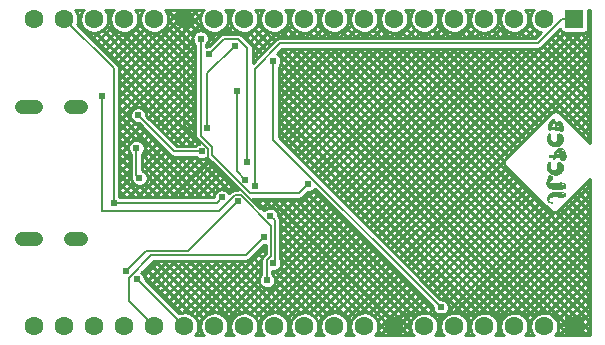
<source format=gbl>
G04 Layer: BottomLayer*
G04 EasyEDA v6.5.3, 2022-05-09 22:00:40*
G04 d9374f8db1c04431a46586793fd7dc8a,036ae6e9a2b24cebb23d0048bde98d7c,10*
G04 Gerber Generator version 0.2*
G04 Scale: 100 percent, Rotated: No, Reflected: No *
G04 Dimensions in millimeters *
G04 leading zeros omitted , absolute positions ,4 integer and 5 decimal *
%FSLAX45Y45*%
%MOMM*%

%ADD10C,0.2540*%
%ADD11C,0.1500*%
%ADD13C,0.6100*%
%ADD14C,0.6096*%
%ADD27C,1.6000*%
%ADD28R,1.6000X1.6000*%
%ADD29C,1.2000*%

%LPD*%
G36*
X7350759Y5476240D02*
G01*
X7343444Y5475020D01*
X7336790Y5471718D01*
X7332696Y5468366D01*
X7354824Y5468366D01*
X7354976Y5469991D01*
X7355687Y5471007D01*
X7357109Y5471160D01*
X7359446Y5470753D01*
X7361529Y5469788D01*
X7364984Y5467096D01*
X7370114Y5462270D01*
X7372502Y5459577D01*
X7374636Y5456682D01*
X7375347Y5454751D01*
X7375652Y5452618D01*
X7375550Y5451551D01*
X7375144Y5450636D01*
X7374381Y5450027D01*
X7373112Y5449824D01*
X7371334Y5450636D01*
X7370013Y5452059D01*
X7368031Y5455666D01*
X7365542Y5459120D01*
X7362291Y5461660D01*
X7357872Y5464505D01*
X7355840Y5466334D01*
X7354824Y5468366D01*
X7332696Y5468366D01*
X7330897Y5466892D01*
X7325868Y5461254D01*
X7322007Y5455666D01*
X7318654Y5449620D01*
X7315657Y5443220D01*
X7310120Y5429605D01*
X7307681Y5422341D01*
X7305954Y5414772D01*
X7305507Y5409438D01*
X7343902Y5409438D01*
X7344714Y5415788D01*
X7346086Y5421426D01*
X7348169Y5426456D01*
X7351268Y5430774D01*
X7352944Y5432196D01*
X7354773Y5433314D01*
X7356805Y5434076D01*
X7358888Y5434330D01*
X7363764Y5432958D01*
X7366914Y5429554D01*
X7368997Y5424982D01*
X7370572Y5420360D01*
X7368836Y5411216D01*
X7381748Y5411216D01*
X7382865Y5416397D01*
X7384999Y5421426D01*
X7388301Y5425236D01*
X7393178Y5426710D01*
X7396073Y5425998D01*
X7398562Y5424170D01*
X7400594Y5421782D01*
X7402068Y5419344D01*
X7403033Y5417159D01*
X7404201Y5412435D01*
X7404608Y5409946D01*
X7393178Y5410860D01*
X7381748Y5411216D01*
X7368836Y5411216D01*
X7368794Y5410708D01*
X7343902Y5409438D01*
X7305507Y5409438D01*
X7305294Y5406898D01*
X7305598Y5401665D01*
X7306513Y5396534D01*
X7308088Y5391658D01*
X7310272Y5387289D01*
X7313117Y5383580D01*
X7316520Y5380736D01*
X7320635Y5378856D01*
X7325359Y5378196D01*
X7327849Y5378450D01*
X7330389Y5379262D01*
X7332776Y5380431D01*
X7335012Y5382006D01*
X7350810Y5381955D01*
X7367016Y5381244D01*
X7367219Y5377332D01*
X7367981Y5374386D01*
X7369505Y5372201D01*
X7371842Y5371338D01*
X7374788Y5372150D01*
X7376922Y5374233D01*
X7378496Y5377027D01*
X7379716Y5379974D01*
X7405624Y5376672D01*
X7405878Y5375148D01*
X7408164Y5370880D01*
X7411567Y5367121D01*
X7415834Y5364480D01*
X7420864Y5363464D01*
X7424470Y5363921D01*
X7426350Y5364530D01*
X7428230Y5365496D01*
X7431582Y5368036D01*
X7434376Y5371236D01*
X7436662Y5375046D01*
X7438440Y5379313D01*
X7439812Y5383987D01*
X7440726Y5389016D01*
X7441285Y5394299D01*
X7441438Y5399786D01*
X7440879Y5410149D01*
X7439304Y5420410D01*
X7436916Y5429910D01*
X7434072Y5438140D01*
X7431227Y5444134D01*
X7427671Y5449519D01*
X7423556Y5453989D01*
X7418831Y5457444D01*
X7415784Y5458917D01*
X7412786Y5459933D01*
X7409891Y5460542D01*
X7407148Y5460746D01*
X7399477Y5459374D01*
X7392619Y5455869D01*
X7389263Y5453126D01*
X7409688Y5453126D01*
X7410246Y5454294D01*
X7411212Y5454904D01*
X7414514Y5454497D01*
X7416495Y5453532D01*
X7419848Y5450840D01*
X7426452Y5444490D01*
X7429296Y5441340D01*
X7430516Y5439308D01*
X7431024Y5436870D01*
X7430820Y5435498D01*
X7430262Y5434431D01*
X7429296Y5433822D01*
X7427975Y5433568D01*
X7426299Y5434380D01*
X7424978Y5435803D01*
X7422896Y5439410D01*
X7421270Y5441696D01*
X7419441Y5443677D01*
X7417358Y5445353D01*
X7412024Y5448858D01*
X7410754Y5450281D01*
X7409688Y5453126D01*
X7389263Y5453126D01*
X7386777Y5451094D01*
X7382256Y5446014D01*
X7379360Y5454497D01*
X7375245Y5461914D01*
X7369911Y5468061D01*
X7363459Y5472684D01*
X7360107Y5474309D01*
X7356906Y5475427D01*
X7353808Y5476036D01*
G37*
G36*
X7322566Y5358638D02*
G01*
X7315809Y5357063D01*
X7310628Y5353050D01*
X7306767Y5347716D01*
X7305520Y5345176D01*
X7313422Y5345176D01*
X7314082Y5346496D01*
X7315758Y5347462D01*
X7317943Y5348020D01*
X7320025Y5348224D01*
X7323074Y5347462D01*
X7325410Y5345582D01*
X7326985Y5342890D01*
X7327900Y5339842D01*
X7328103Y5338318D01*
X7328001Y5336743D01*
X7327442Y5335524D01*
X7326375Y5335016D01*
X7325359Y5335016D01*
X7324648Y5335371D01*
X7324090Y5336184D01*
X7323581Y5338318D01*
X7323328Y5340502D01*
X7322566Y5342382D01*
X7321245Y5343652D01*
X7319264Y5344160D01*
X7317384Y5343956D01*
X7315708Y5343398D01*
X7313980Y5343550D01*
X7313625Y5343906D01*
X7313422Y5345176D01*
X7305520Y5345176D01*
X7304024Y5342128D01*
X7301382Y5335117D01*
X7299553Y5327802D01*
X7298537Y5320284D01*
X7298181Y5312664D01*
X7298385Y5306720D01*
X7299045Y5300980D01*
X7300112Y5295442D01*
X7301534Y5290058D01*
X7303363Y5284927D01*
X7305497Y5279999D01*
X7307986Y5275326D01*
X7310780Y5270855D01*
X7313828Y5266639D01*
X7317181Y5262676D01*
X7320737Y5258968D01*
X7324547Y5255564D01*
X7328611Y5252415D01*
X7332827Y5249570D01*
X7337196Y5247030D01*
X7341717Y5244744D01*
X7346391Y5242814D01*
X7351115Y5241239D01*
X7355992Y5239918D01*
X7363866Y5238648D01*
X7369403Y5238292D01*
X7378090Y5238496D01*
X7383932Y5239207D01*
X7389571Y5240375D01*
X7395006Y5242001D01*
X7400188Y5243982D01*
X7405166Y5246370D01*
X7409942Y5249062D01*
X7414412Y5252110D01*
X7418578Y5255412D01*
X7422489Y5258968D01*
X7426096Y5262727D01*
X7429398Y5266740D01*
X7432344Y5270906D01*
X7434986Y5275224D01*
X7437272Y5279694D01*
X7439152Y5284216D01*
X7440879Y5289702D01*
X7442149Y5295341D01*
X7442962Y5301081D01*
X7443216Y5306822D01*
X7442860Y5313222D01*
X7441793Y5319420D01*
X7440168Y5325364D01*
X7437932Y5330952D01*
X7435189Y5336082D01*
X7431989Y5340756D01*
X7428382Y5344820D01*
X7424420Y5348224D01*
X7420102Y5351068D01*
X7415275Y5353304D01*
X7410043Y5354777D01*
X7404608Y5355336D01*
X7401356Y5355132D01*
X7398207Y5354472D01*
X7395108Y5353202D01*
X7392162Y5351272D01*
X7387285Y5346293D01*
X7385785Y5343144D01*
X7404862Y5343144D01*
X7405014Y5344617D01*
X7406030Y5345531D01*
X7407656Y5345684D01*
X7410500Y5345277D01*
X7413040Y5344363D01*
X7417053Y5341874D01*
X7421219Y5338673D01*
X7426959Y5333796D01*
X7428687Y5332018D01*
X7430008Y5329885D01*
X7430516Y5327396D01*
X7430262Y5326075D01*
X7429601Y5325110D01*
X7428484Y5324551D01*
X7426959Y5324348D01*
X7424928Y5325262D01*
X7423353Y5326684D01*
X7420864Y5330190D01*
X7418831Y5332526D01*
X7416495Y5334558D01*
X7413955Y5336336D01*
X7407452Y5339791D01*
X7405878Y5341264D01*
X7404862Y5343144D01*
X7385785Y5343144D01*
X7384237Y5339892D01*
X7382713Y5332171D01*
X7382256Y5323332D01*
X7382256Y5314696D01*
X7382002Y5308650D01*
X7381240Y5302910D01*
X7379868Y5297576D01*
X7377734Y5292852D01*
X7374839Y5288889D01*
X7371130Y5285841D01*
X7366406Y5283911D01*
X7360666Y5283200D01*
X7356652Y5283555D01*
X7352792Y5284724D01*
X7348169Y5287060D01*
X7344156Y5290159D01*
X7340803Y5294020D01*
X7338059Y5298490D01*
X7335926Y5303621D01*
X7334453Y5309209D01*
X7333538Y5315305D01*
X7333234Y5321808D01*
X7334402Y5338673D01*
X7334503Y5342890D01*
X7333894Y5348884D01*
X7331862Y5353913D01*
X7328204Y5357368D01*
G37*
G36*
X7413498Y5233162D02*
G01*
X7409129Y5232958D01*
X7404811Y5232400D01*
X7400544Y5231434D01*
X7396480Y5230114D01*
X7391196Y5227828D01*
X7386218Y5224983D01*
X7381544Y5221681D01*
X7377226Y5217972D01*
X7375728Y5216398D01*
X7424928Y5216398D01*
X7425080Y5218023D01*
X7425893Y5219039D01*
X7427722Y5219192D01*
X7432344Y5218277D01*
X7436764Y5215940D01*
X7440117Y5212384D01*
X7441438Y5207762D01*
X7441234Y5206187D01*
X7440625Y5204866D01*
X7439507Y5204002D01*
X7437881Y5203698D01*
X7435342Y5204714D01*
X7432649Y5206695D01*
X7430262Y5209082D01*
X7425944Y5214366D01*
X7424928Y5216398D01*
X7375728Y5216398D01*
X7373264Y5213807D01*
X7369606Y5209286D01*
X7366355Y5204409D01*
X7363409Y5199278D01*
X7360818Y5193842D01*
X7358634Y5188153D01*
X7356805Y5182311D01*
X7355331Y5176266D01*
X7374890Y5176266D01*
X7376769Y5182819D01*
X7380224Y5188610D01*
X7385405Y5192725D01*
X7392416Y5194300D01*
X7399070Y5192674D01*
X7403896Y5188407D01*
X7407148Y5182514D01*
X7408925Y5176012D01*
X7399578Y5176469D01*
X7355331Y5176266D01*
X7355078Y5175250D01*
X7335113Y5174437D01*
X7331405Y5174132D01*
X7327747Y5173421D01*
X7324344Y5172202D01*
X7321296Y5170474D01*
X7318502Y5167934D01*
X7316470Y5164785D01*
X7315708Y5161026D01*
X7316520Y5156860D01*
X7318705Y5153456D01*
X7321803Y5150866D01*
X7325359Y5149088D01*
X7327900Y5148275D01*
X7330592Y5147716D01*
X7336028Y5147310D01*
X7352792Y5147564D01*
X7352792Y5140960D01*
X7353249Y5136997D01*
X7354570Y5133797D01*
X7356856Y5131612D01*
X7360767Y5130800D01*
X7362952Y5131054D01*
X7367066Y5133390D01*
X7370216Y5137099D01*
X7372502Y5141722D01*
X7373874Y5146802D01*
X7391552Y5145227D01*
X7409180Y5143246D01*
X7410145Y5138877D01*
X7411872Y5134813D01*
X7414209Y5131104D01*
X7417155Y5127853D01*
X7420660Y5125161D01*
X7424623Y5123129D01*
X7428941Y5121859D01*
X7433564Y5121402D01*
X7439355Y5121960D01*
X7444536Y5123535D01*
X7449108Y5126024D01*
X7453071Y5129225D01*
X7456424Y5133086D01*
X7459218Y5137353D01*
X7461402Y5141976D01*
X7463028Y5146802D01*
X7463840Y5150408D01*
X7464399Y5154066D01*
X7464806Y5161534D01*
X7464552Y5169001D01*
X7463536Y5176520D01*
X7462520Y5182311D01*
X7461199Y5187950D01*
X7459624Y5193436D01*
X7457744Y5198770D01*
X7455560Y5203799D01*
X7453071Y5208574D01*
X7450226Y5213045D01*
X7447076Y5217210D01*
X7443520Y5220970D01*
X7439659Y5224322D01*
X7435392Y5227218D01*
X7430770Y5229606D01*
X7426553Y5231231D01*
X7422235Y5232349D01*
X7417866Y5232958D01*
G37*
G36*
X7322566Y5117338D02*
G01*
X7315809Y5115763D01*
X7310628Y5111750D01*
X7306767Y5106416D01*
X7305395Y5103622D01*
X7313422Y5103622D01*
X7314082Y5105095D01*
X7315758Y5106111D01*
X7317943Y5106720D01*
X7320025Y5106924D01*
X7323074Y5106162D01*
X7325410Y5104130D01*
X7326985Y5101336D01*
X7327900Y5098288D01*
X7328103Y5096865D01*
X7328001Y5095290D01*
X7327442Y5094020D01*
X7326375Y5093462D01*
X7325359Y5093462D01*
X7324648Y5093817D01*
X7324090Y5094782D01*
X7323328Y5099202D01*
X7322566Y5101082D01*
X7321245Y5102352D01*
X7319264Y5102860D01*
X7315708Y5102098D01*
X7313980Y5102250D01*
X7313625Y5102555D01*
X7313422Y5103622D01*
X7305395Y5103622D01*
X7304024Y5100828D01*
X7301382Y5093665D01*
X7299553Y5086299D01*
X7298537Y5078831D01*
X7298181Y5071364D01*
X7298385Y5065420D01*
X7299045Y5059680D01*
X7300112Y5054142D01*
X7301534Y5048758D01*
X7303363Y5043627D01*
X7305497Y5038699D01*
X7307986Y5034026D01*
X7310780Y5029555D01*
X7313828Y5025339D01*
X7317181Y5021376D01*
X7320737Y5017668D01*
X7324547Y5014264D01*
X7328611Y5011115D01*
X7332827Y5008270D01*
X7337196Y5005730D01*
X7341717Y5003444D01*
X7346391Y5001514D01*
X7351115Y4999939D01*
X7355992Y4998618D01*
X7363866Y4997246D01*
X7369403Y4996738D01*
X7378090Y4996942D01*
X7383932Y4997653D01*
X7389571Y4998821D01*
X7395006Y5000447D01*
X7400188Y5002428D01*
X7405166Y5004816D01*
X7409942Y5007508D01*
X7414412Y5010556D01*
X7418578Y5013858D01*
X7422489Y5017414D01*
X7426096Y5021173D01*
X7429398Y5025186D01*
X7432344Y5029352D01*
X7434986Y5033670D01*
X7437272Y5038140D01*
X7439152Y5042662D01*
X7440879Y5048250D01*
X7442149Y5053888D01*
X7442962Y5059680D01*
X7443216Y5065522D01*
X7442860Y5071922D01*
X7441793Y5078120D01*
X7440168Y5084064D01*
X7437932Y5089652D01*
X7435189Y5094782D01*
X7431989Y5099456D01*
X7428382Y5103520D01*
X7424420Y5106924D01*
X7420102Y5109616D01*
X7415275Y5111800D01*
X7410043Y5113223D01*
X7404608Y5113782D01*
X7401356Y5113578D01*
X7398207Y5112918D01*
X7395108Y5111750D01*
X7392162Y5109972D01*
X7387285Y5104942D01*
X7385701Y5101590D01*
X7404862Y5101590D01*
X7405014Y5103215D01*
X7406030Y5104231D01*
X7407656Y5104384D01*
X7410500Y5103977D01*
X7413040Y5103012D01*
X7421219Y5097221D01*
X7426959Y5092496D01*
X7428687Y5090718D01*
X7430008Y5088585D01*
X7430516Y5086096D01*
X7430262Y5084775D01*
X7429601Y5083810D01*
X7428484Y5083251D01*
X7426959Y5083048D01*
X7424928Y5083962D01*
X7423353Y5085384D01*
X7420864Y5088890D01*
X7418831Y5091176D01*
X7416495Y5093157D01*
X7413955Y5094833D01*
X7407452Y5098338D01*
X7405878Y5099812D01*
X7404862Y5101590D01*
X7385701Y5101590D01*
X7384237Y5098491D01*
X7382713Y5090769D01*
X7382256Y5082032D01*
X7382256Y5073142D01*
X7382002Y5067096D01*
X7381240Y5061356D01*
X7379868Y5056022D01*
X7377734Y5051298D01*
X7374839Y5047335D01*
X7371130Y5044287D01*
X7366406Y5042357D01*
X7360666Y5041646D01*
X7356652Y5042154D01*
X7352792Y5043424D01*
X7348169Y5045760D01*
X7344156Y5048859D01*
X7340803Y5052669D01*
X7338059Y5057190D01*
X7335926Y5062220D01*
X7334453Y5067808D01*
X7333538Y5073853D01*
X7333234Y5080254D01*
X7334503Y5100015D01*
X7333894Y5107482D01*
X7331862Y5112562D01*
X7328204Y5116068D01*
G37*
G36*
X7328408Y5002276D02*
G01*
X7322718Y5001310D01*
X7317790Y4998821D01*
X7313777Y4995418D01*
X7310628Y4991608D01*
X7309272Y4989322D01*
X7324852Y4989322D01*
X7325410Y4990287D01*
X7326375Y4990846D01*
X7327646Y4990846D01*
X7331456Y4990236D01*
X7334707Y4988509D01*
X7337196Y4985918D01*
X7338568Y4982718D01*
X7338771Y4981295D01*
X7338517Y4979873D01*
X7337907Y4978806D01*
X7336790Y4978400D01*
X7335520Y4978400D01*
X7332675Y4979670D01*
X7330135Y4981651D01*
X7325512Y4987188D01*
X7324852Y4989322D01*
X7309272Y4989322D01*
X7308037Y4987239D01*
X7305903Y4982616D01*
X7304074Y4977739D01*
X7300874Y4967579D01*
X7297877Y4957165D01*
X7295438Y4946548D01*
X7294625Y4941062D01*
X7294067Y4935423D01*
X7293864Y4929632D01*
X7294036Y4925060D01*
X7422896Y4925060D01*
X7423048Y4926634D01*
X7424064Y4927447D01*
X7424674Y4927600D01*
X7427975Y4927600D01*
X7434580Y4926990D01*
X7440574Y4925212D01*
X7445552Y4922367D01*
X7449312Y4918456D01*
X7450226Y4916627D01*
X7450581Y4914392D01*
X7450378Y4913274D01*
X7449769Y4912309D01*
X7448753Y4911598D01*
X7447280Y4911344D01*
X7445197Y4912410D01*
X7439355Y4917643D01*
X7436713Y4919218D01*
X7435342Y4919726D01*
X7427874Y4921250D01*
X7424674Y4922520D01*
X7422896Y4925060D01*
X7294036Y4925060D01*
X7294676Y4919167D01*
X7295642Y4914392D01*
X7297013Y4909870D01*
X7298791Y4905705D01*
X7300925Y4901844D01*
X7303465Y4898288D01*
X7306309Y4895088D01*
X7312101Y4890566D01*
X7318705Y4887163D01*
X7325868Y4884572D01*
X7333234Y4882642D01*
X7340092Y4881168D01*
X7354011Y4878984D01*
X7368031Y4877663D01*
X7382256Y4877104D01*
X7394549Y4877104D01*
X7418628Y4877866D01*
X7427112Y4878628D01*
X7435342Y4880152D01*
X7443216Y4882896D01*
X7450328Y4886858D01*
X7456627Y4892649D01*
X7461097Y4900066D01*
X7462774Y4909058D01*
X7462266Y4913934D01*
X7460843Y4918354D01*
X7458709Y4922418D01*
X7455865Y4926025D01*
X7452614Y4929174D01*
X7448956Y4931867D01*
X7445095Y4934051D01*
X7441184Y4935728D01*
X7435697Y4937607D01*
X7429906Y4938776D01*
X7424013Y4939385D01*
X7414615Y4939436D01*
X7397699Y4938318D01*
X7377785Y4936693D01*
X7364577Y4935220D01*
X7351420Y4933340D01*
X7338364Y4930902D01*
X7324547Y4927650D01*
X7323581Y4927600D01*
X7322667Y4927803D01*
X7322312Y4928616D01*
X7322362Y4929936D01*
X7336993Y4948377D01*
X7340346Y4953101D01*
X7343343Y4958029D01*
X7345832Y4963210D01*
X7348321Y4971034D01*
X7348931Y4975707D01*
X7348981Y4978146D01*
X7348626Y4982768D01*
X7347610Y4987188D01*
X7345883Y4991252D01*
X7343546Y4994859D01*
X7340600Y4997907D01*
X7337094Y5000244D01*
X7333030Y5001768D01*
G37*
G36*
X7379462Y4861560D02*
G01*
X7372400Y4861458D01*
X7365593Y4861102D01*
X7359091Y4860493D01*
X7352842Y4859477D01*
X7346746Y4858105D01*
X7340853Y4856327D01*
X7335062Y4853990D01*
X7329424Y4851146D01*
X7325309Y4848707D01*
X7323413Y4847336D01*
X7427975Y4847336D01*
X7428128Y4849164D01*
X7428433Y4849672D01*
X7430109Y4850231D01*
X7433056Y4850384D01*
X7439659Y4849723D01*
X7445502Y4847793D01*
X7450429Y4844796D01*
X7454138Y4840986D01*
X7455052Y4839157D01*
X7455408Y4837176D01*
X7455204Y4835956D01*
X7454595Y4834991D01*
X7453579Y4834331D01*
X7452106Y4834128D01*
X7450124Y4835042D01*
X7445248Y4839208D01*
X7442911Y4840782D01*
X7440472Y4841798D01*
X7434325Y4843272D01*
X7430363Y4844745D01*
X7428839Y4845862D01*
X7427975Y4847336D01*
X7323413Y4847336D01*
X7317790Y4842865D01*
X7314438Y4839563D01*
X7311339Y4836007D01*
X7308545Y4832197D01*
X7306106Y4828184D01*
X7304024Y4823968D01*
X7302195Y4819091D01*
X7300823Y4814112D01*
X7300010Y4808931D01*
X7299706Y4803648D01*
X7299909Y4799634D01*
X7300417Y4795570D01*
X7301331Y4791557D01*
X7302500Y4787646D01*
X7305802Y4780838D01*
X7310323Y4774641D01*
X7315860Y4769307D01*
X7322312Y4765040D01*
X7326223Y4763160D01*
X7330236Y4761687D01*
X7338568Y4759706D01*
X7343648Y4759198D01*
X7347102Y4759553D01*
X7350048Y4760722D01*
X7352030Y4762855D01*
X7352792Y4766056D01*
X7351725Y4769662D01*
X7349032Y4771898D01*
X7345375Y4773218D01*
X7341616Y4773930D01*
X7333589Y4776165D01*
X7326579Y4780330D01*
X7321651Y4786528D01*
X7319772Y4794758D01*
X7320534Y4799533D01*
X7322566Y4803444D01*
X7325563Y4806543D01*
X7329170Y4808728D01*
X7332370Y4809947D01*
X7342378Y4812182D01*
X7349236Y4813147D01*
X7356094Y4813655D01*
X7362952Y4813808D01*
X7370775Y4813604D01*
X7386320Y4812436D01*
X7401966Y4810861D01*
X7417714Y4809693D01*
X7425690Y4809490D01*
X7431227Y4809642D01*
X7436662Y4810252D01*
X7442047Y4811420D01*
X7447280Y4813300D01*
X7452868Y4816652D01*
X7457897Y4821377D01*
X7461605Y4827320D01*
X7463028Y4834382D01*
X7461402Y4842510D01*
X7457084Y4848961D01*
X7451140Y4853838D01*
X7444486Y4857242D01*
X7437272Y4859172D01*
X7429804Y4860137D01*
X7422184Y4860493D01*
X7405725Y4860798D01*
X7388199Y4861458D01*
G37*
D11*
X3632200Y4762500D02*
G01*
X3639032Y4769332D01*
X4502632Y4769332D01*
X4546600Y4813300D01*
X7428377Y6324600D02*
G01*
X7221037Y6117259D01*
X5038846Y6117259D01*
X4822743Y5901156D01*
X4822743Y4913121D01*
X3632200Y4762500D02*
G01*
X3632200Y5905500D01*
X3213100Y6324600D01*
X7531094Y6324600D02*
G01*
X7428377Y6324600D01*
X6007094Y3738803D02*
G01*
X5027975Y4717922D01*
X4870419Y4717922D01*
X4471639Y5116703D01*
X4443978Y5116703D01*
X4229094Y6324600D02*
G01*
X4229094Y5425947D01*
X4429246Y5225795D01*
X4429246Y5131435D01*
X4443978Y5116703D01*
X6007094Y3738803D02*
G01*
X6095258Y3826967D01*
X7322510Y3826967D01*
X7428377Y3721100D01*
X6007094Y3721100D02*
G01*
X6007094Y3738803D01*
X7531094Y3721100D02*
G01*
X7428377Y3721100D01*
X4655052Y6097879D02*
G01*
X4420255Y5863081D01*
X4420255Y5404129D01*
X3839077Y5508015D02*
G01*
X4143395Y5203697D01*
X4375881Y5203697D01*
X4761072Y5109311D02*
G01*
X4761072Y6075730D01*
X4685532Y6151270D01*
X4560539Y6151270D01*
X4433895Y6024626D01*
X4670521Y5715355D02*
G01*
X4670521Y5036210D01*
X4744511Y4962220D01*
X3736461Y4187545D02*
G01*
X3904127Y4355211D01*
X4261124Y4355211D01*
X4684440Y4778527D01*
X3823939Y4119676D02*
G01*
X3830518Y4119676D01*
X4229094Y3721100D01*
X4979766Y5968593D02*
G01*
X4979766Y5301335D01*
X6399347Y3881754D01*
X4955306Y4659045D02*
G01*
X4995844Y4618507D01*
X4995844Y4272406D01*
X4981747Y4258310D01*
X3975094Y3721100D02*
G01*
X3759194Y3937000D01*
X3759194Y4134789D01*
X3949263Y4324857D01*
X4754544Y4324857D01*
X4905420Y4475734D01*
X4366839Y6158306D02*
G01*
X4366839Y5331129D01*
X4459599Y5238369D01*
X4459599Y5171668D01*
X4783322Y4847945D01*
X5197825Y4847945D01*
X5277479Y4927600D01*
X3953035Y4699000D02*
G01*
X4525009Y4699000D01*
X4658359Y4832350D01*
X4706620Y4832350D01*
X4964175Y4574539D01*
X4964175Y4316221D01*
X4928108Y4280154D01*
X4928108Y4110736D01*
X3529838Y5670295D02*
G01*
X3529838Y4699000D01*
X3953002Y4699000D01*
X3822700Y5232400D02*
G01*
X3822700Y5003800D01*
X3848100Y4978400D01*
X4443984Y5116705D02*
G01*
X4153278Y4826000D01*
X4152900Y4826000D01*
D10*
X3678562Y4815695D02*
G01*
X3678562Y5905500D01*
X3678562Y5905500D02*
G01*
X3677549Y5915139D01*
X3677549Y5915139D02*
G01*
X3674554Y5924357D01*
X3674554Y5924357D02*
G01*
X3669708Y5932751D01*
X3669708Y5932751D02*
G01*
X3664983Y5938283D01*
X3664983Y5938283D02*
G01*
X3323086Y6280180D01*
X3323086Y6280180D02*
G01*
X3325906Y6287145D01*
X3325906Y6287145D02*
G01*
X3329769Y6301878D01*
X3329769Y6301878D02*
G01*
X3331717Y6316984D01*
X3331717Y6316984D02*
G01*
X3331717Y6332215D01*
X3331717Y6332215D02*
G01*
X3329769Y6347321D01*
X3329769Y6347321D02*
G01*
X3325906Y6362054D01*
X3325906Y6362054D02*
G01*
X3320190Y6376172D01*
X3320190Y6376172D02*
G01*
X3312716Y6389443D01*
X3312716Y6389443D02*
G01*
X3304809Y6400037D01*
X3304809Y6400037D02*
G01*
X3375541Y6400037D01*
X3375541Y6400037D02*
G01*
X3371842Y6395692D01*
X3371842Y6395692D02*
G01*
X3363533Y6382927D01*
X3363533Y6382927D02*
G01*
X3356924Y6369204D01*
X3356924Y6369204D02*
G01*
X3352125Y6354749D01*
X3352125Y6354749D02*
G01*
X3349214Y6339799D01*
X3349214Y6339799D02*
G01*
X3348238Y6324600D01*
X3348238Y6324600D02*
G01*
X3349214Y6309400D01*
X3349214Y6309400D02*
G01*
X3352125Y6294450D01*
X3352125Y6294450D02*
G01*
X3356924Y6279995D01*
X3356924Y6279995D02*
G01*
X3363533Y6266272D01*
X3363533Y6266272D02*
G01*
X3371842Y6253507D01*
X3371842Y6253507D02*
G01*
X3381715Y6241909D01*
X3381715Y6241909D02*
G01*
X3392990Y6231670D01*
X3392990Y6231670D02*
G01*
X3405482Y6222956D01*
X3405482Y6222956D02*
G01*
X3418986Y6215911D01*
X3418986Y6215911D02*
G01*
X3433280Y6210651D01*
X3433280Y6210651D02*
G01*
X3448129Y6207261D01*
X3448129Y6207261D02*
G01*
X3463290Y6205799D01*
X3463290Y6205799D02*
G01*
X3478513Y6206287D01*
X3478513Y6206287D02*
G01*
X3493549Y6208718D01*
X3493549Y6208718D02*
G01*
X3508150Y6213051D01*
X3508150Y6213051D02*
G01*
X3522078Y6219217D01*
X3522078Y6219217D02*
G01*
X3535102Y6227112D01*
X3535102Y6227112D02*
G01*
X3547010Y6236609D01*
X3547010Y6236609D02*
G01*
X3557606Y6247550D01*
X3557606Y6247550D02*
G01*
X3566716Y6259756D01*
X3566716Y6259756D02*
G01*
X3574190Y6273027D01*
X3574190Y6273027D02*
G01*
X3579906Y6287145D01*
X3579906Y6287145D02*
G01*
X3583769Y6301878D01*
X3583769Y6301878D02*
G01*
X3585717Y6316984D01*
X3585717Y6316984D02*
G01*
X3585717Y6332215D01*
X3585717Y6332215D02*
G01*
X3583769Y6347321D01*
X3583769Y6347321D02*
G01*
X3579906Y6362054D01*
X3579906Y6362054D02*
G01*
X3574190Y6376172D01*
X3574190Y6376172D02*
G01*
X3566716Y6389443D01*
X3566716Y6389443D02*
G01*
X3558809Y6400037D01*
X3558809Y6400037D02*
G01*
X3629541Y6400037D01*
X3629541Y6400037D02*
G01*
X3625842Y6395692D01*
X3625842Y6395692D02*
G01*
X3617533Y6382927D01*
X3617533Y6382927D02*
G01*
X3610924Y6369204D01*
X3610924Y6369204D02*
G01*
X3606125Y6354749D01*
X3606125Y6354749D02*
G01*
X3603214Y6339799D01*
X3603214Y6339799D02*
G01*
X3602238Y6324600D01*
X3602238Y6324600D02*
G01*
X3603214Y6309400D01*
X3603214Y6309400D02*
G01*
X3606125Y6294450D01*
X3606125Y6294450D02*
G01*
X3610924Y6279995D01*
X3610924Y6279995D02*
G01*
X3617533Y6266272D01*
X3617533Y6266272D02*
G01*
X3625842Y6253507D01*
X3625842Y6253507D02*
G01*
X3635715Y6241909D01*
X3635715Y6241909D02*
G01*
X3646990Y6231670D01*
X3646990Y6231670D02*
G01*
X3659482Y6222956D01*
X3659482Y6222956D02*
G01*
X3672986Y6215911D01*
X3672986Y6215911D02*
G01*
X3687280Y6210651D01*
X3687280Y6210651D02*
G01*
X3702129Y6207261D01*
X3702129Y6207261D02*
G01*
X3717290Y6205799D01*
X3717290Y6205799D02*
G01*
X3732513Y6206287D01*
X3732513Y6206287D02*
G01*
X3747549Y6208718D01*
X3747549Y6208718D02*
G01*
X3762150Y6213051D01*
X3762150Y6213051D02*
G01*
X3776078Y6219217D01*
X3776078Y6219217D02*
G01*
X3789102Y6227112D01*
X3789102Y6227112D02*
G01*
X3801010Y6236609D01*
X3801010Y6236609D02*
G01*
X3811606Y6247550D01*
X3811606Y6247550D02*
G01*
X3820716Y6259756D01*
X3820716Y6259756D02*
G01*
X3828190Y6273027D01*
X3828190Y6273027D02*
G01*
X3833906Y6287145D01*
X3833906Y6287145D02*
G01*
X3837769Y6301878D01*
X3837769Y6301878D02*
G01*
X3839717Y6316984D01*
X3839717Y6316984D02*
G01*
X3839717Y6332215D01*
X3839717Y6332215D02*
G01*
X3837769Y6347321D01*
X3837769Y6347321D02*
G01*
X3833906Y6362054D01*
X3833906Y6362054D02*
G01*
X3828190Y6376172D01*
X3828190Y6376172D02*
G01*
X3820716Y6389443D01*
X3820716Y6389443D02*
G01*
X3812809Y6400037D01*
X3812809Y6400037D02*
G01*
X3883541Y6400037D01*
X3883541Y6400037D02*
G01*
X3879842Y6395692D01*
X3879842Y6395692D02*
G01*
X3871533Y6382927D01*
X3871533Y6382927D02*
G01*
X3864924Y6369204D01*
X3864924Y6369204D02*
G01*
X3860125Y6354749D01*
X3860125Y6354749D02*
G01*
X3857214Y6339799D01*
X3857214Y6339799D02*
G01*
X3856238Y6324600D01*
X3856238Y6324600D02*
G01*
X3857214Y6309400D01*
X3857214Y6309400D02*
G01*
X3860125Y6294450D01*
X3860125Y6294450D02*
G01*
X3864924Y6279995D01*
X3864924Y6279995D02*
G01*
X3871533Y6266272D01*
X3871533Y6266272D02*
G01*
X3879842Y6253507D01*
X3879842Y6253507D02*
G01*
X3889715Y6241909D01*
X3889715Y6241909D02*
G01*
X3900990Y6231670D01*
X3900990Y6231670D02*
G01*
X3913482Y6222956D01*
X3913482Y6222956D02*
G01*
X3926986Y6215911D01*
X3926986Y6215911D02*
G01*
X3941280Y6210651D01*
X3941280Y6210651D02*
G01*
X3956129Y6207261D01*
X3956129Y6207261D02*
G01*
X3971290Y6205799D01*
X3971290Y6205799D02*
G01*
X3986513Y6206287D01*
X3986513Y6206287D02*
G01*
X4001549Y6208718D01*
X4001549Y6208718D02*
G01*
X4016150Y6213051D01*
X4016150Y6213051D02*
G01*
X4030078Y6219217D01*
X4030078Y6219217D02*
G01*
X4043102Y6227112D01*
X4043102Y6227112D02*
G01*
X4055010Y6236609D01*
X4055010Y6236609D02*
G01*
X4065606Y6247550D01*
X4065606Y6247550D02*
G01*
X4074716Y6259756D01*
X4074716Y6259756D02*
G01*
X4082190Y6273027D01*
X4082190Y6273027D02*
G01*
X4087906Y6287145D01*
X4087906Y6287145D02*
G01*
X4091769Y6301878D01*
X4091769Y6301878D02*
G01*
X4093717Y6316984D01*
X4093717Y6316984D02*
G01*
X4093717Y6332215D01*
X4093717Y6332215D02*
G01*
X4091769Y6347321D01*
X4091769Y6347321D02*
G01*
X4087906Y6362054D01*
X4087906Y6362054D02*
G01*
X4082190Y6376172D01*
X4082190Y6376172D02*
G01*
X4074716Y6389443D01*
X4074716Y6389443D02*
G01*
X4066809Y6400037D01*
X4066809Y6400037D02*
G01*
X4391541Y6400037D01*
X4391541Y6400037D02*
G01*
X4387842Y6395692D01*
X4387842Y6395692D02*
G01*
X4379533Y6382927D01*
X4379533Y6382927D02*
G01*
X4372924Y6369204D01*
X4372924Y6369204D02*
G01*
X4368125Y6354749D01*
X4368125Y6354749D02*
G01*
X4365214Y6339799D01*
X4365214Y6339799D02*
G01*
X4364238Y6324600D01*
X4364238Y6324600D02*
G01*
X4365214Y6309400D01*
X4365214Y6309400D02*
G01*
X4368125Y6294450D01*
X4368125Y6294450D02*
G01*
X4372924Y6279995D01*
X4372924Y6279995D02*
G01*
X4379533Y6266272D01*
X4379533Y6266272D02*
G01*
X4387842Y6253507D01*
X4387842Y6253507D02*
G01*
X4397715Y6241909D01*
X4397715Y6241909D02*
G01*
X4408990Y6231670D01*
X4408990Y6231670D02*
G01*
X4421482Y6222956D01*
X4421482Y6222956D02*
G01*
X4434986Y6215911D01*
X4434986Y6215911D02*
G01*
X4449280Y6210651D01*
X4449280Y6210651D02*
G01*
X4464129Y6207261D01*
X4464129Y6207261D02*
G01*
X4479290Y6205799D01*
X4479290Y6205799D02*
G01*
X4494513Y6206287D01*
X4494513Y6206287D02*
G01*
X4509549Y6208718D01*
X4509549Y6208718D02*
G01*
X4524150Y6213051D01*
X4524150Y6213051D02*
G01*
X4538078Y6219217D01*
X4538078Y6219217D02*
G01*
X4551102Y6227112D01*
X4551102Y6227112D02*
G01*
X4563010Y6236609D01*
X4563010Y6236609D02*
G01*
X4573606Y6247550D01*
X4573606Y6247550D02*
G01*
X4582716Y6259756D01*
X4582716Y6259756D02*
G01*
X4590190Y6273027D01*
X4590190Y6273027D02*
G01*
X4595906Y6287145D01*
X4595906Y6287145D02*
G01*
X4599769Y6301878D01*
X4599769Y6301878D02*
G01*
X4601717Y6316984D01*
X4601717Y6316984D02*
G01*
X4601717Y6332215D01*
X4601717Y6332215D02*
G01*
X4599769Y6347321D01*
X4599769Y6347321D02*
G01*
X4595906Y6362054D01*
X4595906Y6362054D02*
G01*
X4590190Y6376172D01*
X4590190Y6376172D02*
G01*
X4582716Y6389443D01*
X4582716Y6389443D02*
G01*
X4574809Y6400037D01*
X4574809Y6400037D02*
G01*
X4645541Y6400037D01*
X4645541Y6400037D02*
G01*
X4641842Y6395692D01*
X4641842Y6395692D02*
G01*
X4633533Y6382927D01*
X4633533Y6382927D02*
G01*
X4626924Y6369204D01*
X4626924Y6369204D02*
G01*
X4622125Y6354749D01*
X4622125Y6354749D02*
G01*
X4619214Y6339799D01*
X4619214Y6339799D02*
G01*
X4618238Y6324600D01*
X4618238Y6324600D02*
G01*
X4619214Y6309400D01*
X4619214Y6309400D02*
G01*
X4622125Y6294450D01*
X4622125Y6294450D02*
G01*
X4626924Y6279995D01*
X4626924Y6279995D02*
G01*
X4633533Y6266272D01*
X4633533Y6266272D02*
G01*
X4641842Y6253507D01*
X4641842Y6253507D02*
G01*
X4651715Y6241909D01*
X4651715Y6241909D02*
G01*
X4662990Y6231670D01*
X4662990Y6231670D02*
G01*
X4675482Y6222956D01*
X4675482Y6222956D02*
G01*
X4688986Y6215911D01*
X4688986Y6215911D02*
G01*
X4703280Y6210651D01*
X4703280Y6210651D02*
G01*
X4718129Y6207261D01*
X4718129Y6207261D02*
G01*
X4733290Y6205799D01*
X4733290Y6205799D02*
G01*
X4748513Y6206287D01*
X4748513Y6206287D02*
G01*
X4763549Y6208718D01*
X4763549Y6208718D02*
G01*
X4778150Y6213051D01*
X4778150Y6213051D02*
G01*
X4792078Y6219217D01*
X4792078Y6219217D02*
G01*
X4805102Y6227112D01*
X4805102Y6227112D02*
G01*
X4817010Y6236609D01*
X4817010Y6236609D02*
G01*
X4827606Y6247550D01*
X4827606Y6247550D02*
G01*
X4836716Y6259756D01*
X4836716Y6259756D02*
G01*
X4844190Y6273027D01*
X4844190Y6273027D02*
G01*
X4849906Y6287145D01*
X4849906Y6287145D02*
G01*
X4853769Y6301878D01*
X4853769Y6301878D02*
G01*
X4855717Y6316984D01*
X4855717Y6316984D02*
G01*
X4855717Y6332215D01*
X4855717Y6332215D02*
G01*
X4853769Y6347321D01*
X4853769Y6347321D02*
G01*
X4849906Y6362054D01*
X4849906Y6362054D02*
G01*
X4844190Y6376172D01*
X4844190Y6376172D02*
G01*
X4836716Y6389443D01*
X4836716Y6389443D02*
G01*
X4828809Y6400037D01*
X4828809Y6400037D02*
G01*
X4899541Y6400037D01*
X4899541Y6400037D02*
G01*
X4895842Y6395692D01*
X4895842Y6395692D02*
G01*
X4887533Y6382927D01*
X4887533Y6382927D02*
G01*
X4880924Y6369204D01*
X4880924Y6369204D02*
G01*
X4876125Y6354749D01*
X4876125Y6354749D02*
G01*
X4873214Y6339799D01*
X4873214Y6339799D02*
G01*
X4872238Y6324600D01*
X4872238Y6324600D02*
G01*
X4873214Y6309400D01*
X4873214Y6309400D02*
G01*
X4876125Y6294450D01*
X4876125Y6294450D02*
G01*
X4880924Y6279995D01*
X4880924Y6279995D02*
G01*
X4887533Y6266272D01*
X4887533Y6266272D02*
G01*
X4895842Y6253507D01*
X4895842Y6253507D02*
G01*
X4905715Y6241909D01*
X4905715Y6241909D02*
G01*
X4916990Y6231670D01*
X4916990Y6231670D02*
G01*
X4929482Y6222956D01*
X4929482Y6222956D02*
G01*
X4942986Y6215911D01*
X4942986Y6215911D02*
G01*
X4957280Y6210651D01*
X4957280Y6210651D02*
G01*
X4972129Y6207261D01*
X4972129Y6207261D02*
G01*
X4987290Y6205799D01*
X4987290Y6205799D02*
G01*
X5002513Y6206287D01*
X5002513Y6206287D02*
G01*
X5017549Y6208718D01*
X5017549Y6208718D02*
G01*
X5032150Y6213051D01*
X5032150Y6213051D02*
G01*
X5046078Y6219217D01*
X5046078Y6219217D02*
G01*
X5059102Y6227112D01*
X5059102Y6227112D02*
G01*
X5071010Y6236609D01*
X5071010Y6236609D02*
G01*
X5081606Y6247550D01*
X5081606Y6247550D02*
G01*
X5090716Y6259756D01*
X5090716Y6259756D02*
G01*
X5098190Y6273027D01*
X5098190Y6273027D02*
G01*
X5103906Y6287145D01*
X5103906Y6287145D02*
G01*
X5107769Y6301878D01*
X5107769Y6301878D02*
G01*
X5109717Y6316984D01*
X5109717Y6316984D02*
G01*
X5109717Y6332215D01*
X5109717Y6332215D02*
G01*
X5107769Y6347321D01*
X5107769Y6347321D02*
G01*
X5103906Y6362054D01*
X5103906Y6362054D02*
G01*
X5098190Y6376172D01*
X5098190Y6376172D02*
G01*
X5090716Y6389443D01*
X5090716Y6389443D02*
G01*
X5082809Y6400037D01*
X5082809Y6400037D02*
G01*
X5153541Y6400037D01*
X5153541Y6400037D02*
G01*
X5149842Y6395692D01*
X5149842Y6395692D02*
G01*
X5141533Y6382927D01*
X5141533Y6382927D02*
G01*
X5134924Y6369204D01*
X5134924Y6369204D02*
G01*
X5130125Y6354749D01*
X5130125Y6354749D02*
G01*
X5127214Y6339799D01*
X5127214Y6339799D02*
G01*
X5126238Y6324600D01*
X5126238Y6324600D02*
G01*
X5127214Y6309400D01*
X5127214Y6309400D02*
G01*
X5130125Y6294450D01*
X5130125Y6294450D02*
G01*
X5134924Y6279995D01*
X5134924Y6279995D02*
G01*
X5141533Y6266272D01*
X5141533Y6266272D02*
G01*
X5149842Y6253507D01*
X5149842Y6253507D02*
G01*
X5159715Y6241909D01*
X5159715Y6241909D02*
G01*
X5170990Y6231670D01*
X5170990Y6231670D02*
G01*
X5183482Y6222956D01*
X5183482Y6222956D02*
G01*
X5196986Y6215911D01*
X5196986Y6215911D02*
G01*
X5211280Y6210651D01*
X5211280Y6210651D02*
G01*
X5226129Y6207261D01*
X5226129Y6207261D02*
G01*
X5241290Y6205799D01*
X5241290Y6205799D02*
G01*
X5256513Y6206287D01*
X5256513Y6206287D02*
G01*
X5271549Y6208718D01*
X5271549Y6208718D02*
G01*
X5286150Y6213051D01*
X5286150Y6213051D02*
G01*
X5300078Y6219217D01*
X5300078Y6219217D02*
G01*
X5313102Y6227112D01*
X5313102Y6227112D02*
G01*
X5325010Y6236609D01*
X5325010Y6236609D02*
G01*
X5335606Y6247550D01*
X5335606Y6247550D02*
G01*
X5344716Y6259756D01*
X5344716Y6259756D02*
G01*
X5352190Y6273027D01*
X5352190Y6273027D02*
G01*
X5357906Y6287145D01*
X5357906Y6287145D02*
G01*
X5361769Y6301878D01*
X5361769Y6301878D02*
G01*
X5363717Y6316984D01*
X5363717Y6316984D02*
G01*
X5363717Y6332215D01*
X5363717Y6332215D02*
G01*
X5361769Y6347321D01*
X5361769Y6347321D02*
G01*
X5357906Y6362054D01*
X5357906Y6362054D02*
G01*
X5352190Y6376172D01*
X5352190Y6376172D02*
G01*
X5344716Y6389443D01*
X5344716Y6389443D02*
G01*
X5336809Y6400037D01*
X5336809Y6400037D02*
G01*
X5407541Y6400037D01*
X5407541Y6400037D02*
G01*
X5403842Y6395692D01*
X5403842Y6395692D02*
G01*
X5395533Y6382927D01*
X5395533Y6382927D02*
G01*
X5388924Y6369204D01*
X5388924Y6369204D02*
G01*
X5384125Y6354749D01*
X5384125Y6354749D02*
G01*
X5381214Y6339799D01*
X5381214Y6339799D02*
G01*
X5380238Y6324600D01*
X5380238Y6324600D02*
G01*
X5381214Y6309400D01*
X5381214Y6309400D02*
G01*
X5384125Y6294450D01*
X5384125Y6294450D02*
G01*
X5388924Y6279995D01*
X5388924Y6279995D02*
G01*
X5395533Y6266272D01*
X5395533Y6266272D02*
G01*
X5403842Y6253507D01*
X5403842Y6253507D02*
G01*
X5413715Y6241909D01*
X5413715Y6241909D02*
G01*
X5424990Y6231670D01*
X5424990Y6231670D02*
G01*
X5437482Y6222956D01*
X5437482Y6222956D02*
G01*
X5450986Y6215911D01*
X5450986Y6215911D02*
G01*
X5465280Y6210651D01*
X5465280Y6210651D02*
G01*
X5480129Y6207261D01*
X5480129Y6207261D02*
G01*
X5495290Y6205799D01*
X5495290Y6205799D02*
G01*
X5510513Y6206287D01*
X5510513Y6206287D02*
G01*
X5525549Y6208718D01*
X5525549Y6208718D02*
G01*
X5540150Y6213051D01*
X5540150Y6213051D02*
G01*
X5554078Y6219217D01*
X5554078Y6219217D02*
G01*
X5567102Y6227112D01*
X5567102Y6227112D02*
G01*
X5579010Y6236609D01*
X5579010Y6236609D02*
G01*
X5589606Y6247550D01*
X5589606Y6247550D02*
G01*
X5598716Y6259756D01*
X5598716Y6259756D02*
G01*
X5606190Y6273027D01*
X5606190Y6273027D02*
G01*
X5611906Y6287145D01*
X5611906Y6287145D02*
G01*
X5615769Y6301878D01*
X5615769Y6301878D02*
G01*
X5617717Y6316984D01*
X5617717Y6316984D02*
G01*
X5617717Y6332215D01*
X5617717Y6332215D02*
G01*
X5615769Y6347321D01*
X5615769Y6347321D02*
G01*
X5611906Y6362054D01*
X5611906Y6362054D02*
G01*
X5606190Y6376172D01*
X5606190Y6376172D02*
G01*
X5598716Y6389443D01*
X5598716Y6389443D02*
G01*
X5590809Y6400037D01*
X5590809Y6400037D02*
G01*
X5661541Y6400037D01*
X5661541Y6400037D02*
G01*
X5657842Y6395692D01*
X5657842Y6395692D02*
G01*
X5649533Y6382927D01*
X5649533Y6382927D02*
G01*
X5642924Y6369204D01*
X5642924Y6369204D02*
G01*
X5638125Y6354749D01*
X5638125Y6354749D02*
G01*
X5635214Y6339799D01*
X5635214Y6339799D02*
G01*
X5634238Y6324600D01*
X5634238Y6324600D02*
G01*
X5635214Y6309400D01*
X5635214Y6309400D02*
G01*
X5638125Y6294450D01*
X5638125Y6294450D02*
G01*
X5642924Y6279995D01*
X5642924Y6279995D02*
G01*
X5649533Y6266272D01*
X5649533Y6266272D02*
G01*
X5657842Y6253507D01*
X5657842Y6253507D02*
G01*
X5667715Y6241909D01*
X5667715Y6241909D02*
G01*
X5678990Y6231670D01*
X5678990Y6231670D02*
G01*
X5691482Y6222956D01*
X5691482Y6222956D02*
G01*
X5704986Y6215911D01*
X5704986Y6215911D02*
G01*
X5719280Y6210651D01*
X5719280Y6210651D02*
G01*
X5734129Y6207261D01*
X5734129Y6207261D02*
G01*
X5749290Y6205799D01*
X5749290Y6205799D02*
G01*
X5764513Y6206287D01*
X5764513Y6206287D02*
G01*
X5779549Y6208718D01*
X5779549Y6208718D02*
G01*
X5794150Y6213051D01*
X5794150Y6213051D02*
G01*
X5808078Y6219217D01*
X5808078Y6219217D02*
G01*
X5821102Y6227112D01*
X5821102Y6227112D02*
G01*
X5833010Y6236609D01*
X5833010Y6236609D02*
G01*
X5843606Y6247550D01*
X5843606Y6247550D02*
G01*
X5852716Y6259756D01*
X5852716Y6259756D02*
G01*
X5860190Y6273027D01*
X5860190Y6273027D02*
G01*
X5865906Y6287145D01*
X5865906Y6287145D02*
G01*
X5869769Y6301878D01*
X5869769Y6301878D02*
G01*
X5871717Y6316984D01*
X5871717Y6316984D02*
G01*
X5871717Y6332215D01*
X5871717Y6332215D02*
G01*
X5869769Y6347321D01*
X5869769Y6347321D02*
G01*
X5865906Y6362054D01*
X5865906Y6362054D02*
G01*
X5860190Y6376172D01*
X5860190Y6376172D02*
G01*
X5852716Y6389443D01*
X5852716Y6389443D02*
G01*
X5844809Y6400037D01*
X5844809Y6400037D02*
G01*
X5915541Y6400037D01*
X5915541Y6400037D02*
G01*
X5911842Y6395692D01*
X5911842Y6395692D02*
G01*
X5903533Y6382927D01*
X5903533Y6382927D02*
G01*
X5896924Y6369204D01*
X5896924Y6369204D02*
G01*
X5892125Y6354749D01*
X5892125Y6354749D02*
G01*
X5889214Y6339799D01*
X5889214Y6339799D02*
G01*
X5888238Y6324600D01*
X5888238Y6324600D02*
G01*
X5889214Y6309400D01*
X5889214Y6309400D02*
G01*
X5892125Y6294450D01*
X5892125Y6294450D02*
G01*
X5896924Y6279995D01*
X5896924Y6279995D02*
G01*
X5903533Y6266272D01*
X5903533Y6266272D02*
G01*
X5911842Y6253507D01*
X5911842Y6253507D02*
G01*
X5921715Y6241909D01*
X5921715Y6241909D02*
G01*
X5932990Y6231670D01*
X5932990Y6231670D02*
G01*
X5945482Y6222956D01*
X5945482Y6222956D02*
G01*
X5958986Y6215911D01*
X5958986Y6215911D02*
G01*
X5973280Y6210651D01*
X5973280Y6210651D02*
G01*
X5988129Y6207261D01*
X5988129Y6207261D02*
G01*
X6003290Y6205799D01*
X6003290Y6205799D02*
G01*
X6018513Y6206287D01*
X6018513Y6206287D02*
G01*
X6033549Y6208718D01*
X6033549Y6208718D02*
G01*
X6048150Y6213051D01*
X6048150Y6213051D02*
G01*
X6062078Y6219217D01*
X6062078Y6219217D02*
G01*
X6075102Y6227112D01*
X6075102Y6227112D02*
G01*
X6087010Y6236609D01*
X6087010Y6236609D02*
G01*
X6097606Y6247550D01*
X6097606Y6247550D02*
G01*
X6106716Y6259756D01*
X6106716Y6259756D02*
G01*
X6114190Y6273027D01*
X6114190Y6273027D02*
G01*
X6119906Y6287145D01*
X6119906Y6287145D02*
G01*
X6123769Y6301878D01*
X6123769Y6301878D02*
G01*
X6125717Y6316984D01*
X6125717Y6316984D02*
G01*
X6125717Y6332215D01*
X6125717Y6332215D02*
G01*
X6123769Y6347321D01*
X6123769Y6347321D02*
G01*
X6119906Y6362054D01*
X6119906Y6362054D02*
G01*
X6114190Y6376172D01*
X6114190Y6376172D02*
G01*
X6106716Y6389443D01*
X6106716Y6389443D02*
G01*
X6098809Y6400037D01*
X6098809Y6400037D02*
G01*
X6169541Y6400037D01*
X6169541Y6400037D02*
G01*
X6165842Y6395692D01*
X6165842Y6395692D02*
G01*
X6157533Y6382927D01*
X6157533Y6382927D02*
G01*
X6150924Y6369204D01*
X6150924Y6369204D02*
G01*
X6146125Y6354749D01*
X6146125Y6354749D02*
G01*
X6143214Y6339799D01*
X6143214Y6339799D02*
G01*
X6142238Y6324600D01*
X6142238Y6324600D02*
G01*
X6143214Y6309400D01*
X6143214Y6309400D02*
G01*
X6146125Y6294450D01*
X6146125Y6294450D02*
G01*
X6150924Y6279995D01*
X6150924Y6279995D02*
G01*
X6157533Y6266272D01*
X6157533Y6266272D02*
G01*
X6165842Y6253507D01*
X6165842Y6253507D02*
G01*
X6175715Y6241909D01*
X6175715Y6241909D02*
G01*
X6186990Y6231670D01*
X6186990Y6231670D02*
G01*
X6199482Y6222956D01*
X6199482Y6222956D02*
G01*
X6212986Y6215911D01*
X6212986Y6215911D02*
G01*
X6227280Y6210651D01*
X6227280Y6210651D02*
G01*
X6242129Y6207261D01*
X6242129Y6207261D02*
G01*
X6257290Y6205799D01*
X6257290Y6205799D02*
G01*
X6272513Y6206287D01*
X6272513Y6206287D02*
G01*
X6287549Y6208718D01*
X6287549Y6208718D02*
G01*
X6302150Y6213051D01*
X6302150Y6213051D02*
G01*
X6316078Y6219217D01*
X6316078Y6219217D02*
G01*
X6329102Y6227112D01*
X6329102Y6227112D02*
G01*
X6341010Y6236609D01*
X6341010Y6236609D02*
G01*
X6351606Y6247550D01*
X6351606Y6247550D02*
G01*
X6360716Y6259756D01*
X6360716Y6259756D02*
G01*
X6368190Y6273027D01*
X6368190Y6273027D02*
G01*
X6373906Y6287145D01*
X6373906Y6287145D02*
G01*
X6377769Y6301878D01*
X6377769Y6301878D02*
G01*
X6379717Y6316984D01*
X6379717Y6316984D02*
G01*
X6379717Y6332215D01*
X6379717Y6332215D02*
G01*
X6377769Y6347321D01*
X6377769Y6347321D02*
G01*
X6373906Y6362054D01*
X6373906Y6362054D02*
G01*
X6368190Y6376172D01*
X6368190Y6376172D02*
G01*
X6360716Y6389443D01*
X6360716Y6389443D02*
G01*
X6352809Y6400037D01*
X6352809Y6400037D02*
G01*
X6423541Y6400037D01*
X6423541Y6400037D02*
G01*
X6419842Y6395692D01*
X6419842Y6395692D02*
G01*
X6411533Y6382927D01*
X6411533Y6382927D02*
G01*
X6404924Y6369204D01*
X6404924Y6369204D02*
G01*
X6400125Y6354749D01*
X6400125Y6354749D02*
G01*
X6397214Y6339799D01*
X6397214Y6339799D02*
G01*
X6396238Y6324600D01*
X6396238Y6324600D02*
G01*
X6397214Y6309400D01*
X6397214Y6309400D02*
G01*
X6400125Y6294450D01*
X6400125Y6294450D02*
G01*
X6404924Y6279995D01*
X6404924Y6279995D02*
G01*
X6411533Y6266272D01*
X6411533Y6266272D02*
G01*
X6419842Y6253507D01*
X6419842Y6253507D02*
G01*
X6429715Y6241909D01*
X6429715Y6241909D02*
G01*
X6440990Y6231670D01*
X6440990Y6231670D02*
G01*
X6453482Y6222956D01*
X6453482Y6222956D02*
G01*
X6466986Y6215911D01*
X6466986Y6215911D02*
G01*
X6481280Y6210651D01*
X6481280Y6210651D02*
G01*
X6496129Y6207261D01*
X6496129Y6207261D02*
G01*
X6511290Y6205799D01*
X6511290Y6205799D02*
G01*
X6526513Y6206287D01*
X6526513Y6206287D02*
G01*
X6541549Y6208718D01*
X6541549Y6208718D02*
G01*
X6556150Y6213051D01*
X6556150Y6213051D02*
G01*
X6570078Y6219217D01*
X6570078Y6219217D02*
G01*
X6583102Y6227112D01*
X6583102Y6227112D02*
G01*
X6595010Y6236609D01*
X6595010Y6236609D02*
G01*
X6605606Y6247550D01*
X6605606Y6247550D02*
G01*
X6614716Y6259756D01*
X6614716Y6259756D02*
G01*
X6622190Y6273027D01*
X6622190Y6273027D02*
G01*
X6627906Y6287145D01*
X6627906Y6287145D02*
G01*
X6631769Y6301878D01*
X6631769Y6301878D02*
G01*
X6633717Y6316984D01*
X6633717Y6316984D02*
G01*
X6633717Y6332215D01*
X6633717Y6332215D02*
G01*
X6631769Y6347321D01*
X6631769Y6347321D02*
G01*
X6627906Y6362054D01*
X6627906Y6362054D02*
G01*
X6622190Y6376172D01*
X6622190Y6376172D02*
G01*
X6614716Y6389443D01*
X6614716Y6389443D02*
G01*
X6606809Y6400037D01*
X6606809Y6400037D02*
G01*
X6677541Y6400037D01*
X6677541Y6400037D02*
G01*
X6673842Y6395692D01*
X6673842Y6395692D02*
G01*
X6665533Y6382927D01*
X6665533Y6382927D02*
G01*
X6658924Y6369204D01*
X6658924Y6369204D02*
G01*
X6654125Y6354749D01*
X6654125Y6354749D02*
G01*
X6651214Y6339799D01*
X6651214Y6339799D02*
G01*
X6650238Y6324600D01*
X6650238Y6324600D02*
G01*
X6651214Y6309400D01*
X6651214Y6309400D02*
G01*
X6654125Y6294450D01*
X6654125Y6294450D02*
G01*
X6658924Y6279995D01*
X6658924Y6279995D02*
G01*
X6665533Y6266272D01*
X6665533Y6266272D02*
G01*
X6673842Y6253507D01*
X6673842Y6253507D02*
G01*
X6683715Y6241909D01*
X6683715Y6241909D02*
G01*
X6694990Y6231670D01*
X6694990Y6231670D02*
G01*
X6707482Y6222956D01*
X6707482Y6222956D02*
G01*
X6720986Y6215911D01*
X6720986Y6215911D02*
G01*
X6735280Y6210651D01*
X6735280Y6210651D02*
G01*
X6750129Y6207261D01*
X6750129Y6207261D02*
G01*
X6765290Y6205799D01*
X6765290Y6205799D02*
G01*
X6780513Y6206287D01*
X6780513Y6206287D02*
G01*
X6795549Y6208718D01*
X6795549Y6208718D02*
G01*
X6810150Y6213051D01*
X6810150Y6213051D02*
G01*
X6824078Y6219217D01*
X6824078Y6219217D02*
G01*
X6837102Y6227112D01*
X6837102Y6227112D02*
G01*
X6849010Y6236609D01*
X6849010Y6236609D02*
G01*
X6859606Y6247550D01*
X6859606Y6247550D02*
G01*
X6868716Y6259756D01*
X6868716Y6259756D02*
G01*
X6876190Y6273027D01*
X6876190Y6273027D02*
G01*
X6881906Y6287145D01*
X6881906Y6287145D02*
G01*
X6885769Y6301878D01*
X6885769Y6301878D02*
G01*
X6887717Y6316984D01*
X6887717Y6316984D02*
G01*
X6887717Y6332215D01*
X6887717Y6332215D02*
G01*
X6885769Y6347321D01*
X6885769Y6347321D02*
G01*
X6881906Y6362054D01*
X6881906Y6362054D02*
G01*
X6876190Y6376172D01*
X6876190Y6376172D02*
G01*
X6868716Y6389443D01*
X6868716Y6389443D02*
G01*
X6860809Y6400037D01*
X6860809Y6400037D02*
G01*
X6931541Y6400037D01*
X6931541Y6400037D02*
G01*
X6927842Y6395692D01*
X6927842Y6395692D02*
G01*
X6919533Y6382927D01*
X6919533Y6382927D02*
G01*
X6912924Y6369204D01*
X6912924Y6369204D02*
G01*
X6908125Y6354749D01*
X6908125Y6354749D02*
G01*
X6905214Y6339799D01*
X6905214Y6339799D02*
G01*
X6904238Y6324600D01*
X6904238Y6324600D02*
G01*
X6905214Y6309400D01*
X6905214Y6309400D02*
G01*
X6908125Y6294450D01*
X6908125Y6294450D02*
G01*
X6912924Y6279995D01*
X6912924Y6279995D02*
G01*
X6919533Y6266272D01*
X6919533Y6266272D02*
G01*
X6927842Y6253507D01*
X6927842Y6253507D02*
G01*
X6937715Y6241909D01*
X6937715Y6241909D02*
G01*
X6948990Y6231670D01*
X6948990Y6231670D02*
G01*
X6961482Y6222956D01*
X6961482Y6222956D02*
G01*
X6974986Y6215911D01*
X6974986Y6215911D02*
G01*
X6989280Y6210651D01*
X6989280Y6210651D02*
G01*
X7004129Y6207261D01*
X7004129Y6207261D02*
G01*
X7019290Y6205799D01*
X7019290Y6205799D02*
G01*
X7034513Y6206287D01*
X7034513Y6206287D02*
G01*
X7049549Y6208718D01*
X7049549Y6208718D02*
G01*
X7064150Y6213051D01*
X7064150Y6213051D02*
G01*
X7078078Y6219217D01*
X7078078Y6219217D02*
G01*
X7091102Y6227112D01*
X7091102Y6227112D02*
G01*
X7103010Y6236609D01*
X7103010Y6236609D02*
G01*
X7113606Y6247550D01*
X7113606Y6247550D02*
G01*
X7122716Y6259756D01*
X7122716Y6259756D02*
G01*
X7130190Y6273027D01*
X7130190Y6273027D02*
G01*
X7135906Y6287145D01*
X7135906Y6287145D02*
G01*
X7139769Y6301878D01*
X7139769Y6301878D02*
G01*
X7141717Y6316984D01*
X7141717Y6316984D02*
G01*
X7141717Y6332215D01*
X7141717Y6332215D02*
G01*
X7139769Y6347321D01*
X7139769Y6347321D02*
G01*
X7135906Y6362054D01*
X7135906Y6362054D02*
G01*
X7130190Y6376172D01*
X7130190Y6376172D02*
G01*
X7122716Y6389443D01*
X7122716Y6389443D02*
G01*
X7114809Y6400037D01*
X7114809Y6400037D02*
G01*
X7185541Y6400037D01*
X7185541Y6400037D02*
G01*
X7181842Y6395692D01*
X7181842Y6395692D02*
G01*
X7173533Y6382927D01*
X7173533Y6382927D02*
G01*
X7166924Y6369204D01*
X7166924Y6369204D02*
G01*
X7162125Y6354749D01*
X7162125Y6354749D02*
G01*
X7159214Y6339799D01*
X7159214Y6339799D02*
G01*
X7158238Y6324600D01*
X7158238Y6324600D02*
G01*
X7159214Y6309400D01*
X7159214Y6309400D02*
G01*
X7162125Y6294450D01*
X7162125Y6294450D02*
G01*
X7166924Y6279995D01*
X7166924Y6279995D02*
G01*
X7173533Y6266272D01*
X7173533Y6266272D02*
G01*
X7181842Y6253507D01*
X7181842Y6253507D02*
G01*
X7191715Y6241909D01*
X7191715Y6241909D02*
G01*
X7202990Y6231670D01*
X7202990Y6231670D02*
G01*
X7215482Y6222956D01*
X7215482Y6222956D02*
G01*
X7228986Y6215911D01*
X7228986Y6215911D02*
G01*
X7243280Y6210651D01*
X7243280Y6210651D02*
G01*
X7247824Y6209613D01*
X7247824Y6209613D02*
G01*
X7201833Y6163622D01*
X7201833Y6163622D02*
G01*
X5038846Y6163622D01*
X5038846Y6163622D02*
G01*
X5029207Y6162609D01*
X5029207Y6162609D02*
G01*
X5019989Y6159614D01*
X5019989Y6159614D02*
G01*
X5011595Y6154767D01*
X5011595Y6154767D02*
G01*
X5006063Y6150043D01*
X5006063Y6150043D02*
G01*
X4807435Y5951414D01*
X4807435Y5951414D02*
G01*
X4807435Y6075730D01*
X4807435Y6075730D02*
G01*
X4806421Y6085370D01*
X4806421Y6085370D02*
G01*
X4803426Y6094588D01*
X4803426Y6094588D02*
G01*
X4798580Y6102981D01*
X4798580Y6102981D02*
G01*
X4793855Y6108514D01*
X4793855Y6108514D02*
G01*
X4718316Y6184053D01*
X4718316Y6184053D02*
G01*
X4710783Y6190153D01*
X4710783Y6190153D02*
G01*
X4702147Y6194553D01*
X4702147Y6194553D02*
G01*
X4692785Y6197062D01*
X4692785Y6197062D02*
G01*
X4685532Y6197633D01*
X4685532Y6197633D02*
G01*
X4560539Y6197633D01*
X4560539Y6197633D02*
G01*
X4550900Y6196619D01*
X4550900Y6196619D02*
G01*
X4541682Y6193624D01*
X4541682Y6193624D02*
G01*
X4533288Y6188778D01*
X4533288Y6188778D02*
G01*
X4527756Y6184053D01*
X4527756Y6184053D02*
G01*
X4437360Y6093658D01*
X4437360Y6093658D02*
G01*
X4432428Y6093972D01*
X4432428Y6093972D02*
G01*
X4420729Y6092726D01*
X4420729Y6092726D02*
G01*
X4413201Y6090594D01*
X4413201Y6090594D02*
G01*
X4413201Y6106992D01*
X4413201Y6106992D02*
G01*
X4415890Y6109259D01*
X4415890Y6109259D02*
G01*
X4423474Y6118253D01*
X4423474Y6118253D02*
G01*
X4429428Y6128400D01*
X4429428Y6128400D02*
G01*
X4433582Y6139407D01*
X4433582Y6139407D02*
G01*
X4435816Y6150958D01*
X4435816Y6150958D02*
G01*
X4436065Y6162720D01*
X4436065Y6162720D02*
G01*
X4434324Y6174355D01*
X4434324Y6174355D02*
G01*
X4430641Y6185528D01*
X4430641Y6185528D02*
G01*
X4425122Y6195918D01*
X4425122Y6195918D02*
G01*
X4417928Y6205226D01*
X4417928Y6205226D02*
G01*
X4409263Y6213185D01*
X4409263Y6213185D02*
G01*
X4399379Y6219564D01*
X4399379Y6219564D02*
G01*
X4388558Y6224182D01*
X4388558Y6224182D02*
G01*
X4377112Y6226904D01*
X4377112Y6226904D02*
G01*
X4365372Y6227652D01*
X4365372Y6227652D02*
G01*
X4353673Y6226406D01*
X4353673Y6226406D02*
G01*
X4342354Y6223201D01*
X4342354Y6223201D02*
G01*
X4331738Y6218128D01*
X4331738Y6218128D02*
G01*
X4322133Y6211335D01*
X4322133Y6211335D02*
G01*
X4313814Y6203016D01*
X4313814Y6203016D02*
G01*
X4307021Y6193411D01*
X4307021Y6193411D02*
G01*
X4301949Y6182796D01*
X4301949Y6182796D02*
G01*
X4298743Y6171476D01*
X4298743Y6171476D02*
G01*
X4297497Y6159778D01*
X4297497Y6159778D02*
G01*
X4298246Y6148037D01*
X4298246Y6148037D02*
G01*
X4300968Y6136592D01*
X4300968Y6136592D02*
G01*
X4305585Y6125771D01*
X4305585Y6125771D02*
G01*
X4311965Y6115886D01*
X4311965Y6115886D02*
G01*
X4319923Y6107222D01*
X4319923Y6107222D02*
G01*
X4320476Y6106794D01*
X4320476Y6106794D02*
G01*
X4320476Y5331129D01*
X4320476Y5331129D02*
G01*
X4321489Y5321490D01*
X4321489Y5321490D02*
G01*
X4324484Y5312272D01*
X4324484Y5312272D02*
G01*
X4329330Y5303878D01*
X4329330Y5303878D02*
G01*
X4334055Y5298346D01*
X4334055Y5298346D02*
G01*
X4361070Y5271332D01*
X4361070Y5271332D02*
G01*
X4351396Y5268592D01*
X4351396Y5268592D02*
G01*
X4340781Y5263520D01*
X4340781Y5263520D02*
G01*
X4331176Y5256727D01*
X4331176Y5256727D02*
G01*
X4324509Y5250060D01*
X4324509Y5250060D02*
G01*
X4162599Y5250060D01*
X4162599Y5250060D02*
G01*
X3908136Y5504523D01*
X3908136Y5504523D02*
G01*
X3908304Y5512429D01*
X3908304Y5512429D02*
G01*
X3906562Y5524064D01*
X3906562Y5524064D02*
G01*
X3902880Y5535237D01*
X3902880Y5535237D02*
G01*
X3897361Y5545627D01*
X3897361Y5545627D02*
G01*
X3890166Y5554936D01*
X3890166Y5554936D02*
G01*
X3881502Y5562894D01*
X3881502Y5562894D02*
G01*
X3871617Y5569274D01*
X3871617Y5569274D02*
G01*
X3860796Y5573891D01*
X3860796Y5573891D02*
G01*
X3849351Y5576613D01*
X3849351Y5576613D02*
G01*
X3837610Y5577361D01*
X3837610Y5577361D02*
G01*
X3825912Y5576115D01*
X3825912Y5576115D02*
G01*
X3814592Y5572910D01*
X3814592Y5572910D02*
G01*
X3803977Y5567837D01*
X3803977Y5567837D02*
G01*
X3794372Y5561044D01*
X3794372Y5561044D02*
G01*
X3786053Y5552725D01*
X3786053Y5552725D02*
G01*
X3779260Y5543120D01*
X3779260Y5543120D02*
G01*
X3774188Y5532505D01*
X3774188Y5532505D02*
G01*
X3770982Y5521186D01*
X3770982Y5521186D02*
G01*
X3769736Y5509487D01*
X3769736Y5509487D02*
G01*
X3770484Y5497746D01*
X3770484Y5497746D02*
G01*
X3773207Y5486301D01*
X3773207Y5486301D02*
G01*
X3777824Y5475480D01*
X3777824Y5475480D02*
G01*
X3784204Y5465595D01*
X3784204Y5465595D02*
G01*
X3792162Y5456931D01*
X3792162Y5456931D02*
G01*
X3801470Y5449736D01*
X3801470Y5449736D02*
G01*
X3811860Y5444218D01*
X3811860Y5444218D02*
G01*
X3823034Y5440535D01*
X3823034Y5440535D02*
G01*
X3834668Y5438793D01*
X3834668Y5438793D02*
G01*
X3842565Y5438961D01*
X3842565Y5438961D02*
G01*
X4110612Y5170914D01*
X4110612Y5170914D02*
G01*
X4118144Y5164814D01*
X4118144Y5164814D02*
G01*
X4126780Y5160414D01*
X4126780Y5160414D02*
G01*
X4136142Y5157906D01*
X4136142Y5157906D02*
G01*
X4143395Y5157335D01*
X4143395Y5157335D02*
G01*
X4324629Y5157335D01*
X4324629Y5157335D02*
G01*
X4328965Y5152614D01*
X4328965Y5152614D02*
G01*
X4338274Y5145419D01*
X4338274Y5145419D02*
G01*
X4348664Y5139900D01*
X4348664Y5139900D02*
G01*
X4359837Y5136218D01*
X4359837Y5136218D02*
G01*
X4371472Y5134476D01*
X4371472Y5134476D02*
G01*
X4383234Y5134726D01*
X4383234Y5134726D02*
G01*
X4394785Y5136960D01*
X4394785Y5136960D02*
G01*
X4405792Y5141113D01*
X4405792Y5141113D02*
G01*
X4415938Y5147067D01*
X4415938Y5147067D02*
G01*
X4419047Y5149689D01*
X4419047Y5149689D02*
G01*
X4422091Y5144417D01*
X4422091Y5144417D02*
G01*
X4426816Y5138885D01*
X4426816Y5138885D02*
G01*
X4686989Y4878712D01*
X4686989Y4878712D02*
G01*
X4658359Y4878712D01*
X4658359Y4878712D02*
G01*
X4648720Y4877699D01*
X4648720Y4877699D02*
G01*
X4639502Y4874704D01*
X4639502Y4874704D02*
G01*
X4631108Y4869858D01*
X4631108Y4869858D02*
G01*
X4625576Y4865133D01*
X4625576Y4865133D02*
G01*
X4607125Y4846682D01*
X4607125Y4846682D02*
G01*
X4604878Y4850912D01*
X4604878Y4850912D02*
G01*
X4597683Y4860220D01*
X4597683Y4860220D02*
G01*
X4589019Y4868178D01*
X4589019Y4868178D02*
G01*
X4579134Y4874558D01*
X4579134Y4874558D02*
G01*
X4568313Y4879175D01*
X4568313Y4879175D02*
G01*
X4556868Y4881898D01*
X4556868Y4881898D02*
G01*
X4545127Y4882646D01*
X4545127Y4882646D02*
G01*
X4533429Y4881400D01*
X4533429Y4881400D02*
G01*
X4522109Y4878194D01*
X4522109Y4878194D02*
G01*
X4511494Y4873122D01*
X4511494Y4873122D02*
G01*
X4501889Y4866329D01*
X4501889Y4866329D02*
G01*
X4493570Y4858010D01*
X4493570Y4858010D02*
G01*
X4486777Y4848405D01*
X4486777Y4848405D02*
G01*
X4481705Y4837790D01*
X4481705Y4837790D02*
G01*
X4478499Y4826470D01*
X4478499Y4826470D02*
G01*
X4477351Y4815695D01*
X4477351Y4815695D02*
G01*
X3678562Y4815695D01*
X3801193Y4927331D02*
G01*
X3810498Y4920138D01*
X3810498Y4920138D02*
G01*
X3820885Y4914621D01*
X3820885Y4914621D02*
G01*
X3832055Y4910939D01*
X3832055Y4910939D02*
G01*
X3843687Y4909198D01*
X3843687Y4909198D02*
G01*
X3855445Y4909448D01*
X3855445Y4909448D02*
G01*
X3866993Y4911681D01*
X3866993Y4911681D02*
G01*
X3877996Y4915833D01*
X3877996Y4915833D02*
G01*
X3888140Y4921786D01*
X3888140Y4921786D02*
G01*
X3897132Y4929367D01*
X3897132Y4929367D02*
G01*
X3904713Y4938359D01*
X3904713Y4938359D02*
G01*
X3910666Y4948503D01*
X3910666Y4948503D02*
G01*
X3914818Y4959506D01*
X3914818Y4959506D02*
G01*
X3917051Y4971054D01*
X3917051Y4971054D02*
G01*
X3917301Y4982812D01*
X3917301Y4982812D02*
G01*
X3915560Y4994444D01*
X3915560Y4994444D02*
G01*
X3911878Y5005614D01*
X3911878Y5005614D02*
G01*
X3906361Y5016001D01*
X3906361Y5016001D02*
G01*
X3899168Y5025306D01*
X3899168Y5025306D02*
G01*
X3890507Y5033262D01*
X3890507Y5033262D02*
G01*
X3880625Y5039640D01*
X3880625Y5039640D02*
G01*
X3869807Y5044256D01*
X3869807Y5044256D02*
G01*
X3869062Y5044433D01*
X3869062Y5044433D02*
G01*
X3869062Y5181116D01*
X3869062Y5181116D02*
G01*
X3871732Y5183367D01*
X3871732Y5183367D02*
G01*
X3879313Y5192359D01*
X3879313Y5192359D02*
G01*
X3885266Y5202503D01*
X3885266Y5202503D02*
G01*
X3889418Y5213506D01*
X3889418Y5213506D02*
G01*
X3891651Y5225054D01*
X3891651Y5225054D02*
G01*
X3891901Y5236812D01*
X3891901Y5236812D02*
G01*
X3890160Y5248444D01*
X3890160Y5248444D02*
G01*
X3886478Y5259614D01*
X3886478Y5259614D02*
G01*
X3880961Y5270001D01*
X3880961Y5270001D02*
G01*
X3873768Y5279306D01*
X3873768Y5279306D02*
G01*
X3865107Y5287262D01*
X3865107Y5287262D02*
G01*
X3855225Y5293640D01*
X3855225Y5293640D02*
G01*
X3844407Y5298256D01*
X3844407Y5298256D02*
G01*
X3832965Y5300977D01*
X3832965Y5300977D02*
G01*
X3821228Y5301726D01*
X3821228Y5301726D02*
G01*
X3809533Y5300480D01*
X3809533Y5300480D02*
G01*
X3798216Y5297275D01*
X3798216Y5297275D02*
G01*
X3787605Y5292205D01*
X3787605Y5292205D02*
G01*
X3778002Y5285413D01*
X3778002Y5285413D02*
G01*
X3769686Y5277097D01*
X3769686Y5277097D02*
G01*
X3762894Y5267494D01*
X3762894Y5267494D02*
G01*
X3757824Y5256883D01*
X3757824Y5256883D02*
G01*
X3754619Y5245566D01*
X3754619Y5245566D02*
G01*
X3753373Y5233871D01*
X3753373Y5233871D02*
G01*
X3754122Y5222134D01*
X3754122Y5222134D02*
G01*
X3756843Y5210692D01*
X3756843Y5210692D02*
G01*
X3761459Y5199874D01*
X3761459Y5199874D02*
G01*
X3767837Y5189992D01*
X3767837Y5189992D02*
G01*
X3775793Y5181331D01*
X3775793Y5181331D02*
G01*
X3776337Y5180910D01*
X3776337Y5180910D02*
G01*
X3776337Y5003800D01*
X3776337Y5003800D02*
G01*
X3777350Y4994160D01*
X3777350Y4994160D02*
G01*
X3779416Y4987185D01*
X3779416Y4987185D02*
G01*
X3778773Y4979871D01*
X3778773Y4979871D02*
G01*
X3779522Y4968134D01*
X3779522Y4968134D02*
G01*
X3782243Y4956692D01*
X3782243Y4956692D02*
G01*
X3786859Y4945874D01*
X3786859Y4945874D02*
G01*
X3793237Y4935992D01*
X3793237Y4935992D02*
G01*
X3801193Y4927331D01*
X3678562Y4864051D02*
G01*
X3726918Y4815695D01*
X3678562Y4935893D02*
G01*
X3798760Y4815695D01*
X3678562Y5007735D02*
G01*
X3870602Y4815695D01*
X3678562Y5079577D02*
G01*
X3778808Y4979331D01*
X3848832Y4909307D02*
G01*
X3942444Y4815695D01*
X3678562Y5151419D02*
G01*
X3776337Y5053644D01*
X3898724Y4931256D02*
G01*
X4014286Y4815695D01*
X3678562Y5223261D02*
G01*
X3776337Y5125486D01*
X3917000Y4984823D02*
G01*
X4086128Y4815695D01*
X3678562Y5295103D02*
G01*
X3754930Y5218735D01*
X3869062Y5104603D02*
G01*
X4157970Y4815695D01*
X3678562Y5366945D02*
G01*
X3769157Y5276350D01*
X3869062Y5176445D02*
G01*
X4229812Y4815695D01*
X3678562Y5438787D02*
G01*
X3816163Y5301186D01*
X3891665Y5225685D02*
G01*
X4301654Y4815695D01*
X3678562Y5510629D02*
G01*
X4373496Y4815695D01*
X3678562Y5582471D02*
G01*
X3772731Y5488303D01*
X3819252Y5441781D02*
G01*
X4445339Y4815695D01*
X3678562Y5654313D02*
G01*
X3783608Y5549268D01*
X4175540Y5157335D02*
G01*
X4486031Y4846844D01*
X3678562Y5726155D02*
G01*
X3828343Y5576374D01*
X4247382Y5157335D02*
G01*
X4525549Y4879169D01*
X3678562Y5797997D02*
G01*
X4226499Y5250060D01*
X4319225Y5157335D02*
G01*
X4618501Y4858058D01*
X3678562Y5869839D02*
G01*
X4298341Y5250060D01*
X4406735Y5141667D02*
G01*
X4669689Y4878712D01*
X3327400Y6292843D02*
G01*
X4351595Y5268649D01*
X3323100Y6368986D02*
G01*
X3349714Y6342371D01*
X3484785Y6207301D02*
G01*
X4320476Y5371610D01*
X3363890Y6400037D02*
G01*
X3370420Y6393507D01*
X3536055Y6227872D02*
G01*
X4320476Y5443452D01*
X3570066Y6265704D02*
G01*
X4320476Y5515294D01*
X3585717Y6321895D02*
G01*
X3604423Y6303189D01*
X3699824Y6207787D02*
G01*
X4320476Y5587136D01*
X3579416Y6400037D02*
G01*
X3610756Y6368697D01*
X3765098Y6214356D02*
G01*
X4320476Y5658978D01*
X3807739Y6243557D02*
G01*
X4320476Y5730820D01*
X3834340Y6288798D02*
G01*
X4320476Y5802662D01*
X3834254Y6360726D02*
G01*
X3857091Y6337889D01*
X3988390Y6206590D02*
G01*
X4320476Y5874504D01*
X3866785Y6400037D02*
G01*
X3876407Y6390415D01*
X4040990Y6225832D02*
G01*
X4320476Y5946346D01*
X4076226Y6262438D02*
G01*
X4320476Y6018188D01*
X4093695Y6316811D02*
G01*
X4320476Y6090030D01*
X4082311Y6400037D02*
G01*
X4301420Y6180928D01*
X4154153Y6400037D02*
G01*
X4334664Y6219526D01*
X4428083Y6126108D02*
G01*
X4448946Y6105244D01*
X4225995Y6400037D02*
G01*
X4484867Y6141165D01*
X4297837Y6400037D02*
G01*
X4364783Y6333091D01*
X4491678Y6206196D02*
G01*
X4520788Y6177086D01*
X4369679Y6400037D02*
G01*
X4382394Y6387322D01*
X4545811Y6223905D02*
G01*
X4572084Y6197633D01*
X4807435Y5962282D02*
G01*
X4812868Y5956848D01*
X4582326Y6259233D02*
G01*
X4643926Y6197633D01*
X4807435Y6034124D02*
G01*
X4848789Y5992769D01*
X4601112Y6312289D02*
G01*
X4623703Y6289698D01*
X4702441Y6210959D02*
G01*
X4884710Y6028690D01*
X4585205Y6400037D02*
G01*
X4624211Y6361031D01*
X4773555Y6211688D02*
G01*
X4920632Y6064611D01*
X4818715Y6238369D02*
G01*
X4956552Y6100532D01*
X4847565Y6281362D02*
G01*
X4992473Y6136453D01*
X4853817Y6346952D02*
G01*
X4872475Y6328294D01*
X4994731Y6206037D02*
G01*
X5037308Y6163460D01*
X4872573Y6400037D02*
G01*
X4888381Y6384230D01*
X5050633Y6221978D02*
G01*
X5108989Y6163622D01*
X5088144Y6256309D02*
G01*
X5180831Y6163622D01*
X5108529Y6307766D02*
G01*
X5134241Y6282054D01*
X5202362Y6213932D02*
G01*
X5252673Y6163622D01*
X5088099Y6400037D02*
G01*
X5130938Y6357199D01*
X5277618Y6210519D02*
G01*
X5324515Y6163622D01*
X5324098Y6235881D02*
G01*
X5396357Y6163622D01*
X5354093Y6277728D02*
G01*
X5468199Y6163622D01*
X5362573Y6341090D02*
G01*
X5380318Y6323345D01*
X5497784Y6205879D02*
G01*
X5540041Y6163622D01*
X5375468Y6400037D02*
G01*
X5394572Y6380933D01*
X5555454Y6220051D02*
G01*
X5611883Y6163622D01*
X5593962Y6253386D02*
G01*
X5683725Y6163622D01*
X5615946Y6303244D02*
G01*
X5646389Y6272800D01*
X5701416Y6217773D02*
G01*
X5755567Y6163622D01*
X5590994Y6400037D02*
G01*
X5637825Y6353207D01*
X5781681Y6209351D02*
G01*
X5827409Y6163622D01*
X5829257Y6233616D02*
G01*
X5899251Y6163622D01*
X5860622Y6274093D02*
G01*
X5971093Y6163622D01*
X5871329Y6335229D02*
G01*
X5888668Y6317889D01*
X6000488Y6206069D02*
G01*
X6042935Y6163622D01*
X5878362Y6400037D02*
G01*
X5900913Y6377486D01*
X6060071Y6218328D02*
G01*
X6114777Y6163622D01*
X6099780Y6250462D02*
G01*
X6186619Y6163622D01*
X6123029Y6299054D02*
G01*
X6160743Y6261340D01*
X6198310Y6223774D02*
G01*
X6258461Y6163622D01*
X6109596Y6384330D02*
G01*
X6144992Y6348933D01*
X6285534Y6208392D02*
G01*
X6330304Y6163622D01*
X6165730Y6400037D02*
G01*
X6167789Y6397979D01*
X6334417Y6231351D02*
G01*
X6402146Y6163622D01*
X6366890Y6270719D02*
G01*
X6473988Y6163622D01*
X6379717Y6329734D02*
G01*
X6397019Y6312433D01*
X6502837Y6206614D02*
G01*
X6545830Y6163622D01*
X6381256Y6400037D02*
G01*
X6407253Y6374040D01*
X6564532Y6216762D02*
G01*
X6617672Y6163622D01*
X6605596Y6247539D02*
G01*
X6689514Y6163622D01*
X6629968Y6295010D02*
G01*
X6761356Y6163622D01*
X6623239Y6373580D02*
G01*
X6652160Y6344660D01*
X6789138Y6207682D02*
G01*
X6833198Y6163622D01*
X6668624Y6400037D02*
G01*
X6673498Y6395164D01*
X6839576Y6229085D02*
G01*
X6905040Y6163622D01*
X6873051Y6267453D02*
G01*
X6976882Y6163622D01*
X6887717Y6324629D02*
G01*
X6905762Y6306584D01*
X7005187Y6207159D02*
G01*
X7048724Y6163622D01*
X6884151Y6400037D02*
G01*
X6913594Y6370594D01*
X7068993Y6215195D02*
G01*
X7120566Y6163622D01*
X7111084Y6244946D02*
G01*
X7192408Y6163622D01*
X7136908Y6290965D02*
G01*
X7233041Y6194831D01*
X7134713Y6365002D02*
G01*
X7159328Y6340386D01*
X7171519Y6400037D02*
G01*
X7179485Y6392071D01*
X7185978Y6163622D02*
G01*
X7235770Y6213414D01*
X7114135Y6163622D02*
G01*
X7192086Y6241572D01*
X7042293Y6163622D02*
G01*
X7164866Y6286194D01*
X6970451Y6163622D02*
G01*
X7013214Y6206385D01*
X7141412Y6334582D02*
G01*
X7162397Y6355567D01*
X6898609Y6163622D02*
G01*
X6959397Y6224410D01*
X7123334Y6388346D02*
G01*
X7135025Y6400037D01*
X6826767Y6163622D02*
G01*
X6923430Y6260285D01*
X6754925Y6163622D02*
G01*
X6801908Y6210605D01*
X6883135Y6291832D02*
G01*
X6904941Y6313638D01*
X6683083Y6163622D02*
G01*
X6731502Y6212041D01*
X6881793Y6362332D02*
G01*
X6919499Y6400037D01*
X6611241Y6163622D02*
G01*
X6686762Y6239143D01*
X6539399Y6163622D02*
G01*
X6658139Y6282362D01*
X6467557Y6163622D02*
G01*
X6509871Y6205936D01*
X6633717Y6329782D02*
G01*
X6653022Y6349087D01*
X6395715Y6163622D02*
G01*
X6454512Y6222419D01*
X6617173Y6385080D02*
G01*
X6632131Y6400037D01*
X6323873Y6163622D02*
G01*
X6417443Y6257192D01*
X6252031Y6163622D02*
G01*
X6301169Y6212760D01*
X6372785Y6284376D02*
G01*
X6397311Y6308902D01*
X6180189Y6163622D02*
G01*
X6227234Y6210667D01*
X6374885Y6358319D02*
G01*
X6416604Y6400037D01*
X6108347Y6163622D02*
G01*
X6181437Y6236713D01*
X6036505Y6163622D02*
G01*
X6151559Y6278677D01*
X4679753Y4878712D02*
G01*
X4683371Y4882330D01*
X5964663Y6163622D02*
G01*
X6006957Y6205916D01*
X6125717Y6324676D02*
G01*
X6143788Y6342747D01*
X4593376Y4864177D02*
G01*
X4647450Y4918251D01*
X5892821Y6163622D02*
G01*
X5949867Y6220668D01*
X6111013Y6381814D02*
G01*
X6129236Y6400037D01*
X4473051Y4815695D02*
G01*
X4477864Y4820507D01*
X4539392Y4882035D02*
G01*
X4611529Y4954172D01*
X5820978Y6163622D02*
G01*
X5911456Y6254100D01*
X4401209Y4815695D02*
G01*
X4575608Y4990093D01*
X5749136Y6163622D02*
G01*
X5802073Y6216559D01*
X5861312Y6275797D02*
G01*
X5890143Y6304628D01*
X4329367Y4815695D02*
G01*
X4539687Y5026014D01*
X5677294Y6163622D02*
G01*
X5723386Y6209713D01*
X5867946Y6354274D02*
G01*
X5913710Y6400037D01*
X4257525Y4815695D02*
G01*
X4503766Y5061935D01*
X5605452Y6163622D02*
G01*
X5676113Y6234283D01*
X4185683Y4815695D02*
G01*
X4467845Y5097856D01*
X5533610Y6163622D02*
G01*
X5645219Y6275230D01*
X4113841Y4815695D02*
G01*
X4431924Y5133777D01*
X5461768Y6163622D02*
G01*
X5504232Y6206085D01*
X5617717Y6319571D02*
G01*
X5635026Y6336880D01*
X4041999Y4815695D02*
G01*
X4362172Y5135868D01*
X5389926Y6163622D02*
G01*
X5445222Y6218918D01*
X5604852Y6378548D02*
G01*
X5626342Y6400037D01*
X3970157Y4815695D02*
G01*
X4311797Y5157335D01*
X5318084Y6163622D02*
G01*
X5405740Y6251278D01*
X3898315Y4815695D02*
G01*
X4239955Y5157335D01*
X4351045Y5268425D02*
G01*
X4357511Y5274891D01*
X5246242Y6163622D02*
G01*
X5304545Y6221925D01*
X5347733Y6265113D02*
G01*
X5382975Y6300355D01*
X3826473Y4815695D02*
G01*
X4168113Y5157335D01*
X4260838Y5250060D02*
G01*
X4324133Y5313354D01*
X5174400Y6163622D02*
G01*
X5219543Y6208765D01*
X5361007Y6350229D02*
G01*
X5398941Y6388163D01*
X3754631Y4815695D02*
G01*
X3848231Y4909294D01*
X3917205Y4978268D02*
G01*
X4110231Y5171295D01*
X4188996Y5250060D02*
G01*
X4320476Y5381540D01*
X5102558Y6163622D02*
G01*
X5170789Y6231853D01*
X5337734Y6398798D02*
G01*
X5338974Y6400037D01*
X3682789Y4815695D02*
G01*
X3797952Y4930858D01*
X3895641Y5028547D02*
G01*
X4074310Y5207216D01*
X4139876Y5272782D02*
G01*
X4320476Y5453382D01*
X5029761Y6162667D02*
G01*
X5138878Y6271784D01*
X3678562Y4883310D02*
G01*
X3779125Y4983873D01*
X3869062Y5073810D02*
G01*
X4038389Y5243137D01*
X4103955Y5308703D02*
G01*
X4320476Y5525224D01*
X4807435Y6012183D02*
G01*
X5001507Y6206255D01*
X5109344Y6314092D02*
G01*
X5126676Y6331424D01*
X3678562Y4955152D02*
G01*
X3776337Y5052927D01*
X3869062Y5145652D02*
G01*
X4002468Y5279058D01*
X4068035Y5344625D02*
G01*
X4320476Y5597066D01*
X4806646Y6083236D02*
G01*
X4940577Y6217167D01*
X5098591Y6375181D02*
G01*
X5123447Y6400037D01*
X3678562Y5026994D02*
G01*
X3776337Y5124769D01*
X3891443Y5239875D02*
G01*
X3966547Y5314979D01*
X4032113Y5380546D02*
G01*
X4320476Y5668908D01*
X4776968Y6125401D02*
G01*
X4900088Y6248520D01*
X3678562Y5098836D02*
G01*
X3768737Y5189011D01*
X3866088Y5286362D02*
G01*
X3930626Y5350900D01*
X3996192Y5416466D02*
G01*
X4320476Y5740750D01*
X4741047Y6161321D02*
G01*
X4813673Y6233947D01*
X4828579Y6248853D02*
G01*
X4875807Y6296081D01*
X3678562Y5170678D02*
G01*
X3755081Y5247197D01*
X3807902Y5300018D02*
G01*
X3894705Y5386821D01*
X3960271Y5452388D02*
G01*
X4320476Y5812592D01*
X4702339Y6194455D02*
G01*
X4715699Y6207816D01*
X4853933Y6346050D02*
G01*
X4884488Y6376604D01*
X3678562Y5242520D02*
G01*
X3858784Y5422742D01*
X3924350Y5488309D02*
G01*
X4320476Y5884434D01*
X4633674Y6197633D02*
G01*
X4665771Y6229730D01*
X4831916Y6395874D02*
G01*
X4836079Y6400037D01*
X3678562Y5314363D02*
G01*
X3809612Y5445412D01*
X3901685Y5537486D02*
G01*
X4320476Y5956276D01*
X4561832Y6197633D02*
G01*
X4632538Y6268338D01*
X3678562Y5386204D02*
G01*
X3774837Y5482480D01*
X3864618Y5572260D02*
G01*
X4320476Y6028118D01*
X4434018Y6141660D02*
G01*
X4499441Y6207084D01*
X4600588Y6308231D02*
G01*
X4618326Y6325968D01*
X3678562Y5458046D02*
G01*
X4320476Y6099960D01*
X4421335Y6200819D02*
G01*
X4436039Y6215523D01*
X4592063Y6371547D02*
G01*
X4620553Y6400037D01*
X3678562Y5529889D02*
G01*
X4298154Y6149480D01*
X4375669Y6226996D02*
G01*
X4394435Y6245762D01*
X3678562Y5601731D02*
G01*
X4368912Y6292080D01*
X3678562Y5673573D02*
G01*
X4372294Y6367304D01*
X3678562Y5745415D02*
G01*
X4333185Y6400037D01*
X3678562Y5817257D02*
G01*
X4261343Y6400037D01*
X3678562Y5889099D02*
G01*
X3997532Y6208068D01*
X4091833Y6302369D02*
G01*
X4189501Y6400037D01*
X3660444Y5942822D02*
G01*
X3931771Y6214150D01*
X4085534Y6367913D02*
G01*
X4117659Y6400037D01*
X3624522Y5978743D02*
G01*
X3888783Y6243004D01*
X3588601Y6014664D02*
G01*
X3862184Y6288247D01*
X3552680Y6050585D02*
G01*
X3708721Y6206625D01*
X3839100Y6337005D02*
G01*
X3861756Y6359661D01*
X3516759Y6086506D02*
G01*
X3655787Y6225534D01*
X3820280Y6390027D02*
G01*
X3830291Y6400037D01*
X3480838Y6122427D02*
G01*
X3620352Y6261941D01*
X3444917Y6158348D02*
G01*
X3496020Y6209451D01*
X3582107Y6295538D02*
G01*
X3602776Y6316208D01*
X3408996Y6194269D02*
G01*
X3427503Y6212776D01*
X3579005Y6364278D02*
G01*
X3614764Y6400037D01*
X3373075Y6230190D02*
G01*
X3383329Y6240444D01*
X3337154Y6266111D02*
G01*
X3355457Y6284414D01*
X3331683Y6332482D02*
G01*
X3351684Y6352483D01*
X3314188Y6386829D02*
G01*
X3327396Y6400037D01*
X4391541Y3645662D02*
G01*
X4320809Y3645662D01*
X4320809Y3645662D02*
G01*
X4328716Y3656256D01*
X4328716Y3656256D02*
G01*
X4336190Y3669527D01*
X4336190Y3669527D02*
G01*
X4341906Y3683645D01*
X4341906Y3683645D02*
G01*
X4345769Y3698378D01*
X4345769Y3698378D02*
G01*
X4347717Y3713484D01*
X4347717Y3713484D02*
G01*
X4347717Y3728715D01*
X4347717Y3728715D02*
G01*
X4345769Y3743821D01*
X4345769Y3743821D02*
G01*
X4341906Y3758554D01*
X4341906Y3758554D02*
G01*
X4336190Y3772672D01*
X4336190Y3772672D02*
G01*
X4328716Y3785943D01*
X4328716Y3785943D02*
G01*
X4319606Y3798149D01*
X4319606Y3798149D02*
G01*
X4309010Y3809090D01*
X4309010Y3809090D02*
G01*
X4297102Y3818587D01*
X4297102Y3818587D02*
G01*
X4284078Y3826482D01*
X4284078Y3826482D02*
G01*
X4270150Y3832648D01*
X4270150Y3832648D02*
G01*
X4255549Y3836981D01*
X4255549Y3836981D02*
G01*
X4240513Y3839412D01*
X4240513Y3839412D02*
G01*
X4225290Y3839900D01*
X4225290Y3839900D02*
G01*
X4210129Y3838438D01*
X4210129Y3838438D02*
G01*
X4195280Y3835048D01*
X4195280Y3835048D02*
G01*
X4184631Y3831130D01*
X4184631Y3831130D02*
G01*
X3893135Y4122626D01*
X3893135Y4122626D02*
G01*
X3893166Y4124090D01*
X3893166Y4124090D02*
G01*
X3891424Y4135725D01*
X3891424Y4135725D02*
G01*
X3887741Y4146899D01*
X3887741Y4146899D02*
G01*
X3882223Y4157289D01*
X3882223Y4157289D02*
G01*
X3875028Y4166597D01*
X3875028Y4166597D02*
G01*
X3866364Y4174555D01*
X3866364Y4174555D02*
G01*
X3865248Y4175276D01*
X3865248Y4175276D02*
G01*
X3968467Y4278495D01*
X3968467Y4278495D02*
G01*
X4754544Y4278495D01*
X4754544Y4278495D02*
G01*
X4764184Y4279508D01*
X4764184Y4279508D02*
G01*
X4773402Y4282503D01*
X4773402Y4282503D02*
G01*
X4781795Y4287349D01*
X4781795Y4287349D02*
G01*
X4787327Y4292074D01*
X4787327Y4292074D02*
G01*
X4901781Y4406528D01*
X4901781Y4406528D02*
G01*
X4912773Y4406762D01*
X4912773Y4406762D02*
G01*
X4917813Y4407736D01*
X4917813Y4407736D02*
G01*
X4917813Y4335425D01*
X4917813Y4335425D02*
G01*
X4895324Y4312937D01*
X4895324Y4312937D02*
G01*
X4889224Y4305404D01*
X4889224Y4305404D02*
G01*
X4884824Y4296768D01*
X4884824Y4296768D02*
G01*
X4882316Y4287406D01*
X4882316Y4287406D02*
G01*
X4881745Y4280154D01*
X4881745Y4280154D02*
G01*
X4881745Y4162189D01*
X4881745Y4162189D02*
G01*
X4875053Y4155497D01*
X4875053Y4155497D02*
G01*
X4868260Y4145892D01*
X4868260Y4145892D02*
G01*
X4863187Y4135276D01*
X4863187Y4135276D02*
G01*
X4859982Y4123957D01*
X4859982Y4123957D02*
G01*
X4858736Y4112258D01*
X4858736Y4112258D02*
G01*
X4859484Y4100518D01*
X4859484Y4100518D02*
G01*
X4862206Y4089072D01*
X4862206Y4089072D02*
G01*
X4866823Y4078251D01*
X4866823Y4078251D02*
G01*
X4873203Y4068367D01*
X4873203Y4068367D02*
G01*
X4881161Y4059702D01*
X4881161Y4059702D02*
G01*
X4890470Y4052508D01*
X4890470Y4052508D02*
G01*
X4900860Y4046989D01*
X4900860Y4046989D02*
G01*
X4912033Y4043306D01*
X4912033Y4043306D02*
G01*
X4923668Y4041565D01*
X4923668Y4041565D02*
G01*
X4935430Y4041814D01*
X4935430Y4041814D02*
G01*
X4946981Y4044048D01*
X4946981Y4044048D02*
G01*
X4957988Y4048202D01*
X4957988Y4048202D02*
G01*
X4968134Y4054156D01*
X4968134Y4054156D02*
G01*
X4977129Y4061740D01*
X4977129Y4061740D02*
G01*
X4984712Y4070734D01*
X4984712Y4070734D02*
G01*
X4990666Y4080881D01*
X4990666Y4080881D02*
G01*
X4994820Y4091888D01*
X4994820Y4091888D02*
G01*
X4997054Y4103438D01*
X4997054Y4103438D02*
G01*
X4997304Y4115200D01*
X4997304Y4115200D02*
G01*
X4995562Y4126835D01*
X4995562Y4126835D02*
G01*
X4991879Y4138009D01*
X4991879Y4138009D02*
G01*
X4986361Y4148399D01*
X4986361Y4148399D02*
G01*
X4979166Y4157707D01*
X4979166Y4157707D02*
G01*
X4974470Y4162020D01*
X4974470Y4162020D02*
G01*
X4974470Y4189517D01*
X4974470Y4189517D02*
G01*
X4977338Y4189088D01*
X4977338Y4189088D02*
G01*
X4989100Y4189338D01*
X4989100Y4189338D02*
G01*
X5000651Y4191572D01*
X5000651Y4191572D02*
G01*
X5011658Y4195725D01*
X5011658Y4195725D02*
G01*
X5021805Y4201679D01*
X5021805Y4201679D02*
G01*
X5030799Y4209263D01*
X5030799Y4209263D02*
G01*
X5038382Y4218257D01*
X5038382Y4218257D02*
G01*
X5044337Y4228404D01*
X5044337Y4228404D02*
G01*
X5048490Y4239411D01*
X5048490Y4239411D02*
G01*
X5050724Y4250962D01*
X5050724Y4250962D02*
G01*
X5050974Y4262724D01*
X5050974Y4262724D02*
G01*
X5049232Y4274358D01*
X5049232Y4274358D02*
G01*
X5045549Y4285532D01*
X5045549Y4285532D02*
G01*
X5042207Y4291826D01*
X5042207Y4291826D02*
G01*
X5042207Y4618507D01*
X5042207Y4618507D02*
G01*
X5041194Y4628146D01*
X5041194Y4628146D02*
G01*
X5038198Y4637364D01*
X5038198Y4637364D02*
G01*
X5033352Y4645758D01*
X5033352Y4645758D02*
G01*
X5028627Y4651290D01*
X5028627Y4651290D02*
G01*
X5024365Y4655553D01*
X5024365Y4655553D02*
G01*
X5024533Y4663459D01*
X5024533Y4663459D02*
G01*
X5022791Y4675094D01*
X5022791Y4675094D02*
G01*
X5019108Y4686268D01*
X5019108Y4686268D02*
G01*
X5013590Y4696658D01*
X5013590Y4696658D02*
G01*
X5006395Y4705966D01*
X5006395Y4705966D02*
G01*
X4997730Y4713924D01*
X4997730Y4713924D02*
G01*
X4987846Y4720304D01*
X4987846Y4720304D02*
G01*
X4977025Y4724921D01*
X4977025Y4724921D02*
G01*
X4965579Y4727643D01*
X4965579Y4727643D02*
G01*
X4953839Y4728392D01*
X4953839Y4728392D02*
G01*
X4942140Y4727146D01*
X4942140Y4727146D02*
G01*
X4930821Y4723940D01*
X4930821Y4723940D02*
G01*
X4920206Y4718868D01*
X4920206Y4718868D02*
G01*
X4910601Y4712075D01*
X4910601Y4712075D02*
G01*
X4902282Y4703756D01*
X4902282Y4703756D02*
G01*
X4901593Y4702783D01*
X4901593Y4702783D02*
G01*
X4802891Y4801582D01*
X4802891Y4801582D02*
G01*
X5197825Y4801582D01*
X5197825Y4801582D02*
G01*
X5207464Y4802596D01*
X5207464Y4802596D02*
G01*
X5216682Y4805591D01*
X5216682Y4805591D02*
G01*
X5225076Y4810437D01*
X5225076Y4810437D02*
G01*
X5230608Y4815162D01*
X5230608Y4815162D02*
G01*
X5273841Y4858394D01*
X5273841Y4858394D02*
G01*
X5284832Y4858628D01*
X5284832Y4858628D02*
G01*
X5296383Y4860862D01*
X5296383Y4860862D02*
G01*
X5307390Y4865015D01*
X5307390Y4865015D02*
G01*
X5317537Y4870969D01*
X5317537Y4870969D02*
G01*
X5326531Y4878553D01*
X5326531Y4878553D02*
G01*
X5331312Y4884223D01*
X5331312Y4884223D02*
G01*
X6330227Y3885308D01*
X6330227Y3885308D02*
G01*
X6330005Y3883227D01*
X6330005Y3883227D02*
G01*
X6330754Y3871486D01*
X6330754Y3871486D02*
G01*
X6333476Y3860041D01*
X6333476Y3860041D02*
G01*
X6338093Y3849220D01*
X6338093Y3849220D02*
G01*
X6344473Y3839335D01*
X6344473Y3839335D02*
G01*
X6352431Y3830671D01*
X6352431Y3830671D02*
G01*
X6361739Y3823476D01*
X6361739Y3823476D02*
G01*
X6372129Y3817957D01*
X6372129Y3817957D02*
G01*
X6383303Y3814275D01*
X6383303Y3814275D02*
G01*
X6394938Y3812533D01*
X6394938Y3812533D02*
G01*
X6406700Y3812783D01*
X6406700Y3812783D02*
G01*
X6418250Y3815017D01*
X6418250Y3815017D02*
G01*
X6429257Y3819170D01*
X6429257Y3819170D02*
G01*
X6439404Y3825124D01*
X6439404Y3825124D02*
G01*
X6448398Y3832708D01*
X6448398Y3832708D02*
G01*
X6455982Y3841702D01*
X6455982Y3841702D02*
G01*
X6461936Y3851849D01*
X6461936Y3851849D02*
G01*
X6466090Y3862856D01*
X6466090Y3862856D02*
G01*
X6468324Y3874407D01*
X6468324Y3874407D02*
G01*
X6468573Y3886169D01*
X6468573Y3886169D02*
G01*
X6466832Y3897803D01*
X6466832Y3897803D02*
G01*
X6463149Y3908977D01*
X6463149Y3908977D02*
G01*
X6457630Y3919367D01*
X6457630Y3919367D02*
G01*
X6450436Y3928675D01*
X6450436Y3928675D02*
G01*
X6441771Y3936633D01*
X6441771Y3936633D02*
G01*
X6431887Y3943013D01*
X6431887Y3943013D02*
G01*
X6421066Y3947630D01*
X6421066Y3947630D02*
G01*
X6409620Y3950353D01*
X6409620Y3950353D02*
G01*
X6397880Y3951101D01*
X6397880Y3951101D02*
G01*
X6395789Y3950879D01*
X6395789Y3950879D02*
G01*
X5026129Y5320539D01*
X5026129Y5320539D02*
G01*
X5026129Y5917279D01*
X5026129Y5917279D02*
G01*
X5028818Y5919546D01*
X5028818Y5919546D02*
G01*
X5036401Y5928541D01*
X5036401Y5928541D02*
G01*
X5042355Y5938688D01*
X5042355Y5938688D02*
G01*
X5046509Y5949694D01*
X5046509Y5949694D02*
G01*
X5048743Y5961245D01*
X5048743Y5961245D02*
G01*
X5048993Y5973007D01*
X5048993Y5973007D02*
G01*
X5047251Y5984642D01*
X5047251Y5984642D02*
G01*
X5043568Y5995816D01*
X5043568Y5995816D02*
G01*
X5038050Y6006206D01*
X5038050Y6006206D02*
G01*
X5030855Y6015514D01*
X5030855Y6015514D02*
G01*
X5022191Y6023472D01*
X5022191Y6023472D02*
G01*
X5015162Y6028008D01*
X5015162Y6028008D02*
G01*
X5058050Y6070897D01*
X5058050Y6070897D02*
G01*
X7221037Y6070897D01*
X7221037Y6070897D02*
G01*
X7230676Y6071910D01*
X7230676Y6071910D02*
G01*
X7239894Y6074905D01*
X7239894Y6074905D02*
G01*
X7248288Y6079751D01*
X7248288Y6079751D02*
G01*
X7253820Y6084476D01*
X7253820Y6084476D02*
G01*
X7412410Y6243067D01*
X7412410Y6243067D02*
G01*
X7413212Y6235952D01*
X7413212Y6235952D02*
G01*
X7416086Y6227738D01*
X7416086Y6227738D02*
G01*
X7420716Y6220370D01*
X7420716Y6220370D02*
G01*
X7426870Y6214216D01*
X7426870Y6214216D02*
G01*
X7434238Y6209586D01*
X7434238Y6209586D02*
G01*
X7442452Y6206712D01*
X7442452Y6206712D02*
G01*
X7451100Y6205738D01*
X7451100Y6205738D02*
G01*
X7611099Y6205738D01*
X7611099Y6205738D02*
G01*
X7619747Y6206712D01*
X7619747Y6206712D02*
G01*
X7627961Y6209586D01*
X7627961Y6209586D02*
G01*
X7635329Y6214216D01*
X7635329Y6214216D02*
G01*
X7641483Y6220370D01*
X7641483Y6220370D02*
G01*
X7646113Y6227738D01*
X7646113Y6227738D02*
G01*
X7648987Y6235952D01*
X7648987Y6235952D02*
G01*
X7649961Y6244600D01*
X7649961Y6244600D02*
G01*
X7649961Y6400037D01*
X7649961Y6400037D02*
G01*
X7661147Y6400037D01*
X7661147Y6400037D02*
G01*
X7661147Y5271007D01*
X7661147Y5271007D02*
G01*
X7398384Y5533770D01*
X7398384Y5533770D02*
G01*
X7391581Y5539196D01*
X7391581Y5539196D02*
G01*
X7383740Y5542972D01*
X7383740Y5542972D02*
G01*
X7375256Y5544908D01*
X7375256Y5544908D02*
G01*
X7366554Y5544908D01*
X7366554Y5544908D02*
G01*
X7358070Y5542972D01*
X7358070Y5542972D02*
G01*
X7350229Y5539196D01*
X7350229Y5539196D02*
G01*
X7343425Y5533770D01*
X7343425Y5533770D02*
G01*
X6947297Y5137641D01*
X6947297Y5137641D02*
G01*
X6941871Y5130838D01*
X6941871Y5130838D02*
G01*
X6938095Y5122997D01*
X6938095Y5122997D02*
G01*
X6936158Y5114513D01*
X6936158Y5114513D02*
G01*
X6936158Y5105811D01*
X6936158Y5105811D02*
G01*
X6938095Y5097327D01*
X6938095Y5097327D02*
G01*
X6941871Y5089486D01*
X6941871Y5089486D02*
G01*
X6947297Y5082683D01*
X6947297Y5082683D02*
G01*
X7333265Y4696713D01*
X7333265Y4696713D02*
G01*
X7340069Y4691288D01*
X7340069Y4691288D02*
G01*
X7347910Y4687512D01*
X7347910Y4687512D02*
G01*
X7356394Y4685576D01*
X7356394Y4685576D02*
G01*
X7365096Y4685576D01*
X7365096Y4685576D02*
G01*
X7373580Y4687512D01*
X7373580Y4687512D02*
G01*
X7381421Y4691288D01*
X7381421Y4691288D02*
G01*
X7388225Y4696713D01*
X7388225Y4696713D02*
G01*
X7661147Y4969637D01*
X7661147Y4969637D02*
G01*
X7661147Y3645662D01*
X7661147Y3645662D02*
G01*
X7368809Y3645662D01*
X7368809Y3645662D02*
G01*
X7376716Y3656256D01*
X7376716Y3656256D02*
G01*
X7384190Y3669527D01*
X7384190Y3669527D02*
G01*
X7389906Y3683645D01*
X7389906Y3683645D02*
G01*
X7393769Y3698378D01*
X7393769Y3698378D02*
G01*
X7395717Y3713484D01*
X7395717Y3713484D02*
G01*
X7395717Y3728715D01*
X7395717Y3728715D02*
G01*
X7393769Y3743821D01*
X7393769Y3743821D02*
G01*
X7389906Y3758554D01*
X7389906Y3758554D02*
G01*
X7384190Y3772672D01*
X7384190Y3772672D02*
G01*
X7376716Y3785943D01*
X7376716Y3785943D02*
G01*
X7367606Y3798149D01*
X7367606Y3798149D02*
G01*
X7357010Y3809090D01*
X7357010Y3809090D02*
G01*
X7345102Y3818587D01*
X7345102Y3818587D02*
G01*
X7332078Y3826482D01*
X7332078Y3826482D02*
G01*
X7318150Y3832648D01*
X7318150Y3832648D02*
G01*
X7303549Y3836981D01*
X7303549Y3836981D02*
G01*
X7288513Y3839412D01*
X7288513Y3839412D02*
G01*
X7273290Y3839900D01*
X7273290Y3839900D02*
G01*
X7258129Y3838438D01*
X7258129Y3838438D02*
G01*
X7243280Y3835048D01*
X7243280Y3835048D02*
G01*
X7228986Y3829788D01*
X7228986Y3829788D02*
G01*
X7215482Y3822743D01*
X7215482Y3822743D02*
G01*
X7202990Y3814029D01*
X7202990Y3814029D02*
G01*
X7191715Y3803790D01*
X7191715Y3803790D02*
G01*
X7181842Y3792192D01*
X7181842Y3792192D02*
G01*
X7173533Y3779427D01*
X7173533Y3779427D02*
G01*
X7166924Y3765704D01*
X7166924Y3765704D02*
G01*
X7162125Y3751249D01*
X7162125Y3751249D02*
G01*
X7159214Y3736299D01*
X7159214Y3736299D02*
G01*
X7158238Y3721100D01*
X7158238Y3721100D02*
G01*
X7159214Y3705900D01*
X7159214Y3705900D02*
G01*
X7162125Y3690950D01*
X7162125Y3690950D02*
G01*
X7166924Y3676495D01*
X7166924Y3676495D02*
G01*
X7173533Y3662772D01*
X7173533Y3662772D02*
G01*
X7181842Y3650007D01*
X7181842Y3650007D02*
G01*
X7185541Y3645662D01*
X7185541Y3645662D02*
G01*
X7114809Y3645662D01*
X7114809Y3645662D02*
G01*
X7122716Y3656256D01*
X7122716Y3656256D02*
G01*
X7130190Y3669527D01*
X7130190Y3669527D02*
G01*
X7135906Y3683645D01*
X7135906Y3683645D02*
G01*
X7139769Y3698378D01*
X7139769Y3698378D02*
G01*
X7141717Y3713484D01*
X7141717Y3713484D02*
G01*
X7141717Y3728715D01*
X7141717Y3728715D02*
G01*
X7139769Y3743821D01*
X7139769Y3743821D02*
G01*
X7135906Y3758554D01*
X7135906Y3758554D02*
G01*
X7130190Y3772672D01*
X7130190Y3772672D02*
G01*
X7122716Y3785943D01*
X7122716Y3785943D02*
G01*
X7113606Y3798149D01*
X7113606Y3798149D02*
G01*
X7103010Y3809090D01*
X7103010Y3809090D02*
G01*
X7091102Y3818587D01*
X7091102Y3818587D02*
G01*
X7078078Y3826482D01*
X7078078Y3826482D02*
G01*
X7064150Y3832648D01*
X7064150Y3832648D02*
G01*
X7049549Y3836981D01*
X7049549Y3836981D02*
G01*
X7034513Y3839412D01*
X7034513Y3839412D02*
G01*
X7019290Y3839900D01*
X7019290Y3839900D02*
G01*
X7004129Y3838438D01*
X7004129Y3838438D02*
G01*
X6989280Y3835048D01*
X6989280Y3835048D02*
G01*
X6974986Y3829788D01*
X6974986Y3829788D02*
G01*
X6961482Y3822743D01*
X6961482Y3822743D02*
G01*
X6948990Y3814029D01*
X6948990Y3814029D02*
G01*
X6937715Y3803790D01*
X6937715Y3803790D02*
G01*
X6927842Y3792192D01*
X6927842Y3792192D02*
G01*
X6919533Y3779427D01*
X6919533Y3779427D02*
G01*
X6912924Y3765704D01*
X6912924Y3765704D02*
G01*
X6908125Y3751249D01*
X6908125Y3751249D02*
G01*
X6905214Y3736299D01*
X6905214Y3736299D02*
G01*
X6904238Y3721100D01*
X6904238Y3721100D02*
G01*
X6905214Y3705900D01*
X6905214Y3705900D02*
G01*
X6908125Y3690950D01*
X6908125Y3690950D02*
G01*
X6912924Y3676495D01*
X6912924Y3676495D02*
G01*
X6919533Y3662772D01*
X6919533Y3662772D02*
G01*
X6927842Y3650007D01*
X6927842Y3650007D02*
G01*
X6931541Y3645662D01*
X6931541Y3645662D02*
G01*
X6860809Y3645662D01*
X6860809Y3645662D02*
G01*
X6868716Y3656256D01*
X6868716Y3656256D02*
G01*
X6876190Y3669527D01*
X6876190Y3669527D02*
G01*
X6881906Y3683645D01*
X6881906Y3683645D02*
G01*
X6885769Y3698378D01*
X6885769Y3698378D02*
G01*
X6887717Y3713484D01*
X6887717Y3713484D02*
G01*
X6887717Y3728715D01*
X6887717Y3728715D02*
G01*
X6885769Y3743821D01*
X6885769Y3743821D02*
G01*
X6881906Y3758554D01*
X6881906Y3758554D02*
G01*
X6876190Y3772672D01*
X6876190Y3772672D02*
G01*
X6868716Y3785943D01*
X6868716Y3785943D02*
G01*
X6859606Y3798149D01*
X6859606Y3798149D02*
G01*
X6849010Y3809090D01*
X6849010Y3809090D02*
G01*
X6837102Y3818587D01*
X6837102Y3818587D02*
G01*
X6824078Y3826482D01*
X6824078Y3826482D02*
G01*
X6810150Y3832648D01*
X6810150Y3832648D02*
G01*
X6795549Y3836981D01*
X6795549Y3836981D02*
G01*
X6780513Y3839412D01*
X6780513Y3839412D02*
G01*
X6765290Y3839900D01*
X6765290Y3839900D02*
G01*
X6750129Y3838438D01*
X6750129Y3838438D02*
G01*
X6735280Y3835048D01*
X6735280Y3835048D02*
G01*
X6720986Y3829788D01*
X6720986Y3829788D02*
G01*
X6707482Y3822743D01*
X6707482Y3822743D02*
G01*
X6694990Y3814029D01*
X6694990Y3814029D02*
G01*
X6683715Y3803790D01*
X6683715Y3803790D02*
G01*
X6673842Y3792192D01*
X6673842Y3792192D02*
G01*
X6665533Y3779427D01*
X6665533Y3779427D02*
G01*
X6658924Y3765704D01*
X6658924Y3765704D02*
G01*
X6654125Y3751249D01*
X6654125Y3751249D02*
G01*
X6651214Y3736299D01*
X6651214Y3736299D02*
G01*
X6650238Y3721100D01*
X6650238Y3721100D02*
G01*
X6651214Y3705900D01*
X6651214Y3705900D02*
G01*
X6654125Y3690950D01*
X6654125Y3690950D02*
G01*
X6658924Y3676495D01*
X6658924Y3676495D02*
G01*
X6665533Y3662772D01*
X6665533Y3662772D02*
G01*
X6673842Y3650007D01*
X6673842Y3650007D02*
G01*
X6677541Y3645662D01*
X6677541Y3645662D02*
G01*
X6606809Y3645662D01*
X6606809Y3645662D02*
G01*
X6614716Y3656256D01*
X6614716Y3656256D02*
G01*
X6622190Y3669527D01*
X6622190Y3669527D02*
G01*
X6627906Y3683645D01*
X6627906Y3683645D02*
G01*
X6631769Y3698378D01*
X6631769Y3698378D02*
G01*
X6633717Y3713484D01*
X6633717Y3713484D02*
G01*
X6633717Y3728715D01*
X6633717Y3728715D02*
G01*
X6631769Y3743821D01*
X6631769Y3743821D02*
G01*
X6627906Y3758554D01*
X6627906Y3758554D02*
G01*
X6622190Y3772672D01*
X6622190Y3772672D02*
G01*
X6614716Y3785943D01*
X6614716Y3785943D02*
G01*
X6605606Y3798149D01*
X6605606Y3798149D02*
G01*
X6595010Y3809090D01*
X6595010Y3809090D02*
G01*
X6583102Y3818587D01*
X6583102Y3818587D02*
G01*
X6570078Y3826482D01*
X6570078Y3826482D02*
G01*
X6556150Y3832648D01*
X6556150Y3832648D02*
G01*
X6541549Y3836981D01*
X6541549Y3836981D02*
G01*
X6526513Y3839412D01*
X6526513Y3839412D02*
G01*
X6511290Y3839900D01*
X6511290Y3839900D02*
G01*
X6496129Y3838438D01*
X6496129Y3838438D02*
G01*
X6481280Y3835048D01*
X6481280Y3835048D02*
G01*
X6466986Y3829788D01*
X6466986Y3829788D02*
G01*
X6453482Y3822743D01*
X6453482Y3822743D02*
G01*
X6440990Y3814029D01*
X6440990Y3814029D02*
G01*
X6429715Y3803790D01*
X6429715Y3803790D02*
G01*
X6419842Y3792192D01*
X6419842Y3792192D02*
G01*
X6411533Y3779427D01*
X6411533Y3779427D02*
G01*
X6404924Y3765704D01*
X6404924Y3765704D02*
G01*
X6400125Y3751249D01*
X6400125Y3751249D02*
G01*
X6397214Y3736299D01*
X6397214Y3736299D02*
G01*
X6396238Y3721100D01*
X6396238Y3721100D02*
G01*
X6397214Y3705900D01*
X6397214Y3705900D02*
G01*
X6400125Y3690950D01*
X6400125Y3690950D02*
G01*
X6404924Y3676495D01*
X6404924Y3676495D02*
G01*
X6411533Y3662772D01*
X6411533Y3662772D02*
G01*
X6419842Y3650007D01*
X6419842Y3650007D02*
G01*
X6423541Y3645662D01*
X6423541Y3645662D02*
G01*
X6352809Y3645662D01*
X6352809Y3645662D02*
G01*
X6360716Y3656256D01*
X6360716Y3656256D02*
G01*
X6368190Y3669527D01*
X6368190Y3669527D02*
G01*
X6373906Y3683645D01*
X6373906Y3683645D02*
G01*
X6377769Y3698378D01*
X6377769Y3698378D02*
G01*
X6379717Y3713484D01*
X6379717Y3713484D02*
G01*
X6379717Y3728715D01*
X6379717Y3728715D02*
G01*
X6377769Y3743821D01*
X6377769Y3743821D02*
G01*
X6373906Y3758554D01*
X6373906Y3758554D02*
G01*
X6368190Y3772672D01*
X6368190Y3772672D02*
G01*
X6360716Y3785943D01*
X6360716Y3785943D02*
G01*
X6351606Y3798149D01*
X6351606Y3798149D02*
G01*
X6341010Y3809090D01*
X6341010Y3809090D02*
G01*
X6329102Y3818587D01*
X6329102Y3818587D02*
G01*
X6316078Y3826482D01*
X6316078Y3826482D02*
G01*
X6302150Y3832648D01*
X6302150Y3832648D02*
G01*
X6287549Y3836981D01*
X6287549Y3836981D02*
G01*
X6272513Y3839412D01*
X6272513Y3839412D02*
G01*
X6257290Y3839900D01*
X6257290Y3839900D02*
G01*
X6242129Y3838438D01*
X6242129Y3838438D02*
G01*
X6227280Y3835048D01*
X6227280Y3835048D02*
G01*
X6212986Y3829788D01*
X6212986Y3829788D02*
G01*
X6199482Y3822743D01*
X6199482Y3822743D02*
G01*
X6186990Y3814029D01*
X6186990Y3814029D02*
G01*
X6175715Y3803790D01*
X6175715Y3803790D02*
G01*
X6165842Y3792192D01*
X6165842Y3792192D02*
G01*
X6157533Y3779427D01*
X6157533Y3779427D02*
G01*
X6150924Y3765704D01*
X6150924Y3765704D02*
G01*
X6146125Y3751249D01*
X6146125Y3751249D02*
G01*
X6143214Y3736299D01*
X6143214Y3736299D02*
G01*
X6142238Y3721100D01*
X6142238Y3721100D02*
G01*
X6143214Y3705900D01*
X6143214Y3705900D02*
G01*
X6146125Y3690950D01*
X6146125Y3690950D02*
G01*
X6150924Y3676495D01*
X6150924Y3676495D02*
G01*
X6157533Y3662772D01*
X6157533Y3662772D02*
G01*
X6165842Y3650007D01*
X6165842Y3650007D02*
G01*
X6169541Y3645662D01*
X6169541Y3645662D02*
G01*
X5844809Y3645662D01*
X5844809Y3645662D02*
G01*
X5852716Y3656256D01*
X5852716Y3656256D02*
G01*
X5860190Y3669527D01*
X5860190Y3669527D02*
G01*
X5865906Y3683645D01*
X5865906Y3683645D02*
G01*
X5869769Y3698378D01*
X5869769Y3698378D02*
G01*
X5871717Y3713484D01*
X5871717Y3713484D02*
G01*
X5871717Y3728715D01*
X5871717Y3728715D02*
G01*
X5869769Y3743821D01*
X5869769Y3743821D02*
G01*
X5865906Y3758554D01*
X5865906Y3758554D02*
G01*
X5860190Y3772672D01*
X5860190Y3772672D02*
G01*
X5852716Y3785943D01*
X5852716Y3785943D02*
G01*
X5843606Y3798149D01*
X5843606Y3798149D02*
G01*
X5833010Y3809090D01*
X5833010Y3809090D02*
G01*
X5821102Y3818587D01*
X5821102Y3818587D02*
G01*
X5808078Y3826482D01*
X5808078Y3826482D02*
G01*
X5794150Y3832648D01*
X5794150Y3832648D02*
G01*
X5779549Y3836981D01*
X5779549Y3836981D02*
G01*
X5764513Y3839412D01*
X5764513Y3839412D02*
G01*
X5749290Y3839900D01*
X5749290Y3839900D02*
G01*
X5734129Y3838438D01*
X5734129Y3838438D02*
G01*
X5719280Y3835048D01*
X5719280Y3835048D02*
G01*
X5704986Y3829788D01*
X5704986Y3829788D02*
G01*
X5691482Y3822743D01*
X5691482Y3822743D02*
G01*
X5678990Y3814029D01*
X5678990Y3814029D02*
G01*
X5667715Y3803790D01*
X5667715Y3803790D02*
G01*
X5657842Y3792192D01*
X5657842Y3792192D02*
G01*
X5649533Y3779427D01*
X5649533Y3779427D02*
G01*
X5642924Y3765704D01*
X5642924Y3765704D02*
G01*
X5638125Y3751249D01*
X5638125Y3751249D02*
G01*
X5635214Y3736299D01*
X5635214Y3736299D02*
G01*
X5634238Y3721100D01*
X5634238Y3721100D02*
G01*
X5635214Y3705900D01*
X5635214Y3705900D02*
G01*
X5638125Y3690950D01*
X5638125Y3690950D02*
G01*
X5642924Y3676495D01*
X5642924Y3676495D02*
G01*
X5649533Y3662772D01*
X5649533Y3662772D02*
G01*
X5657842Y3650007D01*
X5657842Y3650007D02*
G01*
X5661541Y3645662D01*
X5661541Y3645662D02*
G01*
X5590809Y3645662D01*
X5590809Y3645662D02*
G01*
X5598716Y3656256D01*
X5598716Y3656256D02*
G01*
X5606190Y3669527D01*
X5606190Y3669527D02*
G01*
X5611906Y3683645D01*
X5611906Y3683645D02*
G01*
X5615769Y3698378D01*
X5615769Y3698378D02*
G01*
X5617717Y3713484D01*
X5617717Y3713484D02*
G01*
X5617717Y3728715D01*
X5617717Y3728715D02*
G01*
X5615769Y3743821D01*
X5615769Y3743821D02*
G01*
X5611906Y3758554D01*
X5611906Y3758554D02*
G01*
X5606190Y3772672D01*
X5606190Y3772672D02*
G01*
X5598716Y3785943D01*
X5598716Y3785943D02*
G01*
X5589606Y3798149D01*
X5589606Y3798149D02*
G01*
X5579010Y3809090D01*
X5579010Y3809090D02*
G01*
X5567102Y3818587D01*
X5567102Y3818587D02*
G01*
X5554078Y3826482D01*
X5554078Y3826482D02*
G01*
X5540150Y3832648D01*
X5540150Y3832648D02*
G01*
X5525549Y3836981D01*
X5525549Y3836981D02*
G01*
X5510513Y3839412D01*
X5510513Y3839412D02*
G01*
X5495290Y3839900D01*
X5495290Y3839900D02*
G01*
X5480129Y3838438D01*
X5480129Y3838438D02*
G01*
X5465280Y3835048D01*
X5465280Y3835048D02*
G01*
X5450986Y3829788D01*
X5450986Y3829788D02*
G01*
X5437482Y3822743D01*
X5437482Y3822743D02*
G01*
X5424990Y3814029D01*
X5424990Y3814029D02*
G01*
X5413715Y3803790D01*
X5413715Y3803790D02*
G01*
X5403842Y3792192D01*
X5403842Y3792192D02*
G01*
X5395533Y3779427D01*
X5395533Y3779427D02*
G01*
X5388924Y3765704D01*
X5388924Y3765704D02*
G01*
X5384125Y3751249D01*
X5384125Y3751249D02*
G01*
X5381214Y3736299D01*
X5381214Y3736299D02*
G01*
X5380238Y3721100D01*
X5380238Y3721100D02*
G01*
X5381214Y3705900D01*
X5381214Y3705900D02*
G01*
X5384125Y3690950D01*
X5384125Y3690950D02*
G01*
X5388924Y3676495D01*
X5388924Y3676495D02*
G01*
X5395533Y3662772D01*
X5395533Y3662772D02*
G01*
X5403842Y3650007D01*
X5403842Y3650007D02*
G01*
X5407541Y3645662D01*
X5407541Y3645662D02*
G01*
X5336809Y3645662D01*
X5336809Y3645662D02*
G01*
X5344716Y3656256D01*
X5344716Y3656256D02*
G01*
X5352190Y3669527D01*
X5352190Y3669527D02*
G01*
X5357906Y3683645D01*
X5357906Y3683645D02*
G01*
X5361769Y3698378D01*
X5361769Y3698378D02*
G01*
X5363717Y3713484D01*
X5363717Y3713484D02*
G01*
X5363717Y3728715D01*
X5363717Y3728715D02*
G01*
X5361769Y3743821D01*
X5361769Y3743821D02*
G01*
X5357906Y3758554D01*
X5357906Y3758554D02*
G01*
X5352190Y3772672D01*
X5352190Y3772672D02*
G01*
X5344716Y3785943D01*
X5344716Y3785943D02*
G01*
X5335606Y3798149D01*
X5335606Y3798149D02*
G01*
X5325010Y3809090D01*
X5325010Y3809090D02*
G01*
X5313102Y3818587D01*
X5313102Y3818587D02*
G01*
X5300078Y3826482D01*
X5300078Y3826482D02*
G01*
X5286150Y3832648D01*
X5286150Y3832648D02*
G01*
X5271549Y3836981D01*
X5271549Y3836981D02*
G01*
X5256513Y3839412D01*
X5256513Y3839412D02*
G01*
X5241290Y3839900D01*
X5241290Y3839900D02*
G01*
X5226129Y3838438D01*
X5226129Y3838438D02*
G01*
X5211280Y3835048D01*
X5211280Y3835048D02*
G01*
X5196986Y3829788D01*
X5196986Y3829788D02*
G01*
X5183482Y3822743D01*
X5183482Y3822743D02*
G01*
X5170990Y3814029D01*
X5170990Y3814029D02*
G01*
X5159715Y3803790D01*
X5159715Y3803790D02*
G01*
X5149842Y3792192D01*
X5149842Y3792192D02*
G01*
X5141533Y3779427D01*
X5141533Y3779427D02*
G01*
X5134924Y3765704D01*
X5134924Y3765704D02*
G01*
X5130125Y3751249D01*
X5130125Y3751249D02*
G01*
X5127214Y3736299D01*
X5127214Y3736299D02*
G01*
X5126238Y3721100D01*
X5126238Y3721100D02*
G01*
X5127214Y3705900D01*
X5127214Y3705900D02*
G01*
X5130125Y3690950D01*
X5130125Y3690950D02*
G01*
X5134924Y3676495D01*
X5134924Y3676495D02*
G01*
X5141533Y3662772D01*
X5141533Y3662772D02*
G01*
X5149842Y3650007D01*
X5149842Y3650007D02*
G01*
X5153541Y3645662D01*
X5153541Y3645662D02*
G01*
X5082809Y3645662D01*
X5082809Y3645662D02*
G01*
X5090716Y3656256D01*
X5090716Y3656256D02*
G01*
X5098190Y3669527D01*
X5098190Y3669527D02*
G01*
X5103906Y3683645D01*
X5103906Y3683645D02*
G01*
X5107769Y3698378D01*
X5107769Y3698378D02*
G01*
X5109717Y3713484D01*
X5109717Y3713484D02*
G01*
X5109717Y3728715D01*
X5109717Y3728715D02*
G01*
X5107769Y3743821D01*
X5107769Y3743821D02*
G01*
X5103906Y3758554D01*
X5103906Y3758554D02*
G01*
X5098190Y3772672D01*
X5098190Y3772672D02*
G01*
X5090716Y3785943D01*
X5090716Y3785943D02*
G01*
X5081606Y3798149D01*
X5081606Y3798149D02*
G01*
X5071010Y3809090D01*
X5071010Y3809090D02*
G01*
X5059102Y3818587D01*
X5059102Y3818587D02*
G01*
X5046078Y3826482D01*
X5046078Y3826482D02*
G01*
X5032150Y3832648D01*
X5032150Y3832648D02*
G01*
X5017549Y3836981D01*
X5017549Y3836981D02*
G01*
X5002513Y3839412D01*
X5002513Y3839412D02*
G01*
X4987290Y3839900D01*
X4987290Y3839900D02*
G01*
X4972129Y3838438D01*
X4972129Y3838438D02*
G01*
X4957280Y3835048D01*
X4957280Y3835048D02*
G01*
X4942986Y3829788D01*
X4942986Y3829788D02*
G01*
X4929482Y3822743D01*
X4929482Y3822743D02*
G01*
X4916990Y3814029D01*
X4916990Y3814029D02*
G01*
X4905715Y3803790D01*
X4905715Y3803790D02*
G01*
X4895842Y3792192D01*
X4895842Y3792192D02*
G01*
X4887533Y3779427D01*
X4887533Y3779427D02*
G01*
X4880924Y3765704D01*
X4880924Y3765704D02*
G01*
X4876125Y3751249D01*
X4876125Y3751249D02*
G01*
X4873214Y3736299D01*
X4873214Y3736299D02*
G01*
X4872238Y3721100D01*
X4872238Y3721100D02*
G01*
X4873214Y3705900D01*
X4873214Y3705900D02*
G01*
X4876125Y3690950D01*
X4876125Y3690950D02*
G01*
X4880924Y3676495D01*
X4880924Y3676495D02*
G01*
X4887533Y3662772D01*
X4887533Y3662772D02*
G01*
X4895842Y3650007D01*
X4895842Y3650007D02*
G01*
X4899541Y3645662D01*
X4899541Y3645662D02*
G01*
X4828809Y3645662D01*
X4828809Y3645662D02*
G01*
X4836716Y3656256D01*
X4836716Y3656256D02*
G01*
X4844190Y3669527D01*
X4844190Y3669527D02*
G01*
X4849906Y3683645D01*
X4849906Y3683645D02*
G01*
X4853769Y3698378D01*
X4853769Y3698378D02*
G01*
X4855717Y3713484D01*
X4855717Y3713484D02*
G01*
X4855717Y3728715D01*
X4855717Y3728715D02*
G01*
X4853769Y3743821D01*
X4853769Y3743821D02*
G01*
X4849906Y3758554D01*
X4849906Y3758554D02*
G01*
X4844190Y3772672D01*
X4844190Y3772672D02*
G01*
X4836716Y3785943D01*
X4836716Y3785943D02*
G01*
X4827606Y3798149D01*
X4827606Y3798149D02*
G01*
X4817010Y3809090D01*
X4817010Y3809090D02*
G01*
X4805102Y3818587D01*
X4805102Y3818587D02*
G01*
X4792078Y3826482D01*
X4792078Y3826482D02*
G01*
X4778150Y3832648D01*
X4778150Y3832648D02*
G01*
X4763549Y3836981D01*
X4763549Y3836981D02*
G01*
X4748513Y3839412D01*
X4748513Y3839412D02*
G01*
X4733290Y3839900D01*
X4733290Y3839900D02*
G01*
X4718129Y3838438D01*
X4718129Y3838438D02*
G01*
X4703280Y3835048D01*
X4703280Y3835048D02*
G01*
X4688986Y3829788D01*
X4688986Y3829788D02*
G01*
X4675482Y3822743D01*
X4675482Y3822743D02*
G01*
X4662990Y3814029D01*
X4662990Y3814029D02*
G01*
X4651715Y3803790D01*
X4651715Y3803790D02*
G01*
X4641842Y3792192D01*
X4641842Y3792192D02*
G01*
X4633533Y3779427D01*
X4633533Y3779427D02*
G01*
X4626924Y3765704D01*
X4626924Y3765704D02*
G01*
X4622125Y3751249D01*
X4622125Y3751249D02*
G01*
X4619214Y3736299D01*
X4619214Y3736299D02*
G01*
X4618238Y3721100D01*
X4618238Y3721100D02*
G01*
X4619214Y3705900D01*
X4619214Y3705900D02*
G01*
X4622125Y3690950D01*
X4622125Y3690950D02*
G01*
X4626924Y3676495D01*
X4626924Y3676495D02*
G01*
X4633533Y3662772D01*
X4633533Y3662772D02*
G01*
X4641842Y3650007D01*
X4641842Y3650007D02*
G01*
X4645541Y3645662D01*
X4645541Y3645662D02*
G01*
X4574809Y3645662D01*
X4574809Y3645662D02*
G01*
X4582716Y3656256D01*
X4582716Y3656256D02*
G01*
X4590190Y3669527D01*
X4590190Y3669527D02*
G01*
X4595906Y3683645D01*
X4595906Y3683645D02*
G01*
X4599769Y3698378D01*
X4599769Y3698378D02*
G01*
X4601717Y3713484D01*
X4601717Y3713484D02*
G01*
X4601717Y3728715D01*
X4601717Y3728715D02*
G01*
X4599769Y3743821D01*
X4599769Y3743821D02*
G01*
X4595906Y3758554D01*
X4595906Y3758554D02*
G01*
X4590190Y3772672D01*
X4590190Y3772672D02*
G01*
X4582716Y3785943D01*
X4582716Y3785943D02*
G01*
X4573606Y3798149D01*
X4573606Y3798149D02*
G01*
X4563010Y3809090D01*
X4563010Y3809090D02*
G01*
X4551102Y3818587D01*
X4551102Y3818587D02*
G01*
X4538078Y3826482D01*
X4538078Y3826482D02*
G01*
X4524150Y3832648D01*
X4524150Y3832648D02*
G01*
X4509549Y3836981D01*
X4509549Y3836981D02*
G01*
X4494513Y3839412D01*
X4494513Y3839412D02*
G01*
X4479290Y3839900D01*
X4479290Y3839900D02*
G01*
X4464129Y3838438D01*
X4464129Y3838438D02*
G01*
X4449280Y3835048D01*
X4449280Y3835048D02*
G01*
X4434986Y3829788D01*
X4434986Y3829788D02*
G01*
X4421482Y3822743D01*
X4421482Y3822743D02*
G01*
X4408990Y3814029D01*
X4408990Y3814029D02*
G01*
X4397715Y3803790D01*
X4397715Y3803790D02*
G01*
X4387842Y3792192D01*
X4387842Y3792192D02*
G01*
X4379533Y3779427D01*
X4379533Y3779427D02*
G01*
X4372924Y3765704D01*
X4372924Y3765704D02*
G01*
X4368125Y3751249D01*
X4368125Y3751249D02*
G01*
X4365214Y3736299D01*
X4365214Y3736299D02*
G01*
X4364238Y3721100D01*
X4364238Y3721100D02*
G01*
X4365214Y3705900D01*
X4365214Y3705900D02*
G01*
X4368125Y3690950D01*
X4368125Y3690950D02*
G01*
X4372924Y3676495D01*
X4372924Y3676495D02*
G01*
X4379533Y3662772D01*
X4379533Y3662772D02*
G01*
X4387842Y3650007D01*
X4387842Y3650007D02*
G01*
X4391541Y3645662D01*
X4321410Y3646466D02*
G01*
X4322215Y3645662D01*
X3881520Y4158199D02*
G01*
X4202925Y3836793D01*
X4344849Y3694869D02*
G01*
X4384356Y3655363D01*
X3900766Y4210794D02*
G01*
X4286618Y3824942D01*
X4332711Y3778849D02*
G01*
X4366851Y3744709D01*
X3936687Y4246715D02*
G01*
X4389391Y3794011D01*
X3976750Y4278495D02*
G01*
X4428723Y3826521D01*
X4588579Y3666666D02*
G01*
X4609583Y3645662D01*
X4048592Y4278495D02*
G01*
X4487448Y3839639D01*
X4601717Y3725369D02*
G01*
X4619078Y3708009D01*
X4120434Y4278495D02*
G01*
X4628972Y3769956D01*
X4192276Y4278495D02*
G01*
X4659715Y3811055D01*
X4264118Y4278495D02*
G01*
X4706768Y3835845D01*
X4851789Y3690824D02*
G01*
X4896951Y3645662D01*
X4335960Y4278495D02*
G01*
X4784712Y3829743D01*
X4845828Y3768627D02*
G01*
X4874019Y3740436D01*
X4407802Y4278495D02*
G01*
X4895157Y3791140D01*
X4479644Y4278495D02*
G01*
X4933368Y3824771D01*
X5094739Y3663400D02*
G01*
X5112477Y3645662D01*
X4551486Y4278495D02*
G01*
X4990173Y3839808D01*
X5109717Y3720264D02*
G01*
X5127971Y3702010D01*
X4623328Y4278495D02*
G01*
X5135313Y3766510D01*
X4695170Y4278495D02*
G01*
X4858993Y4114672D01*
X4931925Y4041740D02*
G01*
X5165040Y3808625D01*
X4765554Y4279953D02*
G01*
X4881745Y4163762D01*
X4980166Y4065342D02*
G01*
X5210679Y3834827D01*
X5358728Y3686779D02*
G01*
X5399846Y3645662D01*
X4806301Y4311048D02*
G01*
X4881745Y4235604D01*
X4996451Y4120898D02*
G01*
X5284090Y3833259D01*
X5357301Y3760048D02*
G01*
X5381204Y3736145D01*
X4842222Y4346969D02*
G01*
X4887389Y4301802D01*
X4998111Y4191080D02*
G01*
X5401144Y3788047D01*
X4878143Y4382890D02*
G01*
X4917813Y4343220D01*
X5040007Y4221026D02*
G01*
X5438013Y3823020D01*
X5600900Y3660133D02*
G01*
X5615372Y3645662D01*
X5043517Y4289358D02*
G01*
X5493179Y3839697D01*
X5617717Y3715158D02*
G01*
X5637206Y3695670D01*
X5042207Y4362510D02*
G01*
X5641949Y3762768D01*
X5042207Y4434353D02*
G01*
X5670364Y3806195D01*
X5042207Y4506195D02*
G01*
X5714947Y3833454D01*
X5865575Y3682827D02*
G01*
X5902740Y3645662D01*
X4818661Y4801582D02*
G01*
X4909385Y4710859D01*
X5042207Y4578037D02*
G01*
X5784830Y3835414D01*
X5867405Y3752839D02*
G01*
X5974582Y3645662D01*
X4890503Y4801582D02*
G01*
X4964365Y4727721D01*
X5023812Y4668274D02*
G01*
X6046424Y3645662D01*
X4962345Y4801582D02*
G01*
X6118266Y3645662D01*
X5034187Y4801582D02*
G01*
X6146774Y3688996D01*
X5106029Y4801582D02*
G01*
X6148677Y3758935D01*
X5177871Y4801582D02*
G01*
X6175692Y3803762D01*
X5233371Y4817925D02*
G01*
X6219215Y3832080D01*
X6372103Y3679193D02*
G01*
X6405634Y3645662D01*
X5269292Y4853846D02*
G01*
X6285888Y3837250D01*
X6377219Y3745918D02*
G01*
X6396588Y3726550D01*
X5321049Y4873931D02*
G01*
X6333019Y3861961D01*
X6379428Y3815551D02*
G01*
X6413118Y3781862D01*
X6440648Y3826174D02*
G01*
X6447943Y3818879D01*
X6612942Y3653879D02*
G01*
X6621161Y3645662D01*
X6467665Y3870999D02*
G01*
X6499866Y3838798D01*
X6632742Y3705922D02*
G01*
X6657312Y3681353D01*
X5026129Y5384377D02*
G01*
X6655404Y3755102D01*
X5026129Y5456219D02*
G01*
X6681344Y3801004D01*
X5026129Y5528062D02*
G01*
X6723483Y3830707D01*
X6878632Y3675558D02*
G01*
X6908529Y3645662D01*
X5026129Y5599903D02*
G01*
X6787798Y3838234D01*
X6886296Y3739736D02*
G01*
X6904280Y3721753D01*
X5026129Y5671746D02*
G01*
X6919180Y3778694D01*
X5026129Y5743588D02*
G01*
X6952935Y3816781D01*
X7118760Y3650956D02*
G01*
X7124055Y3645662D01*
X5026129Y5815430D02*
G01*
X7003308Y3838250D01*
X7140159Y3701399D02*
G01*
X7168653Y3672905D01*
X5026129Y5887272D02*
G01*
X7162131Y3751269D01*
X5043506Y5941736D02*
G01*
X7186996Y3798246D01*
X5022119Y6034965D02*
G01*
X7227876Y3829209D01*
X7385160Y3671924D02*
G01*
X7411423Y3645662D01*
X5058040Y6070886D02*
G01*
X7289708Y3839219D01*
X7395052Y3733875D02*
G01*
X7483265Y3645662D01*
X5129872Y6070897D02*
G01*
X7555107Y3645662D01*
X5201714Y6070897D02*
G01*
X7626949Y3645662D01*
X5273556Y6070897D02*
G01*
X7661147Y3683305D01*
X5345398Y6070897D02*
G01*
X7661147Y3755147D01*
X5417240Y6070897D02*
G01*
X7661147Y3826989D01*
X5489082Y6070897D02*
G01*
X7661147Y3898831D01*
X5560924Y6070897D02*
G01*
X7661147Y3970673D01*
X5632766Y6070897D02*
G01*
X7661147Y4042515D01*
X5704608Y6070897D02*
G01*
X7661147Y4114358D01*
X5776450Y6070897D02*
G01*
X7661147Y4186199D01*
X5848292Y6070897D02*
G01*
X7661147Y4258042D01*
X5920134Y6070897D02*
G01*
X7661147Y4329884D01*
X5991977Y6070897D02*
G01*
X6938674Y5124200D01*
X7374782Y4688091D02*
G01*
X7661147Y4401726D01*
X6063818Y6070897D02*
G01*
X6972185Y5162530D01*
X7413113Y4721602D02*
G01*
X7661147Y4473568D01*
X6135661Y6070897D02*
G01*
X7008106Y5198451D01*
X7449034Y4757523D02*
G01*
X7661147Y4545410D01*
X6207503Y6070897D02*
G01*
X7044027Y5234372D01*
X7484955Y4793444D02*
G01*
X7661147Y4617252D01*
X6279345Y6070897D02*
G01*
X7079948Y5270293D01*
X7520876Y4829365D02*
G01*
X7661147Y4689094D01*
X6351187Y6070897D02*
G01*
X7115869Y5306214D01*
X7556797Y4865286D02*
G01*
X7661147Y4760936D01*
X6423029Y6070897D02*
G01*
X7151790Y5342135D01*
X7592718Y4901207D02*
G01*
X7661147Y4832778D01*
X6494871Y6070897D02*
G01*
X7187711Y5378056D01*
X7628639Y4937128D02*
G01*
X7661147Y4904620D01*
X6566713Y6070897D02*
G01*
X7223632Y5413977D01*
X6638555Y6070897D02*
G01*
X7259553Y5449898D01*
X6710397Y6070897D02*
G01*
X7295474Y5485819D01*
X6782239Y6070897D02*
G01*
X7331395Y5521741D01*
X6854081Y6070897D02*
G01*
X7381493Y5543485D01*
X6925923Y6070897D02*
G01*
X7661147Y5335672D01*
X6997765Y6070897D02*
G01*
X7661147Y5407514D01*
X7069607Y6070897D02*
G01*
X7661147Y5479356D01*
X7141449Y6070897D02*
G01*
X7661147Y5551198D01*
X7213291Y6070897D02*
G01*
X7661147Y5623041D01*
X7262687Y6093343D02*
G01*
X7661147Y5694882D01*
X7298608Y6129264D02*
G01*
X7661147Y5766725D01*
X7334529Y6165185D02*
G01*
X7661147Y5838567D01*
X7370450Y6201106D02*
G01*
X7661147Y5910409D01*
X7406371Y6237027D02*
G01*
X7416807Y6226592D01*
X7433092Y6210307D02*
G01*
X7661147Y5982251D01*
X7509503Y6205738D02*
G01*
X7661147Y6054093D01*
X7581345Y6205738D02*
G01*
X7661147Y6125935D01*
X7640019Y6218906D02*
G01*
X7661147Y6197777D01*
X7649961Y6280805D02*
G01*
X7661147Y6269619D01*
X7649961Y6352647D02*
G01*
X7661147Y6341461D01*
X7613541Y3645662D02*
G01*
X7661147Y3693268D01*
X7541699Y3645662D02*
G01*
X7661147Y3765110D01*
X7469857Y3645662D02*
G01*
X7661147Y3836952D01*
X7398015Y3645662D02*
G01*
X7661147Y3908794D01*
X7395717Y3715206D02*
G01*
X7661147Y3980636D01*
X7383164Y3774494D02*
G01*
X7661147Y4052478D01*
X7182489Y3645662D02*
G01*
X7184138Y3647310D01*
X7350839Y3814012D02*
G01*
X7661147Y4124320D01*
X7124618Y3659633D02*
G01*
X7161116Y3696131D01*
X7302187Y3837201D02*
G01*
X7661147Y4196162D01*
X7139187Y3746044D02*
G01*
X7175328Y3782185D01*
X7216327Y3823184D02*
G01*
X7661147Y4268004D01*
X7116104Y3794803D02*
G01*
X7661147Y4339847D01*
X6895121Y3645662D02*
G01*
X6917159Y3667701D01*
X7076597Y3827138D02*
G01*
X7661147Y4411688D01*
X6887216Y3709599D02*
G01*
X6904616Y3726999D01*
X7017328Y3839711D02*
G01*
X7661147Y4483531D01*
X6876840Y3771066D02*
G01*
X7661147Y4555373D01*
X6845679Y3811747D02*
G01*
X7661147Y4627215D01*
X6607752Y3645662D02*
G01*
X6653948Y3691857D01*
X6798266Y3836175D02*
G01*
X7661147Y4699057D01*
X6632032Y3741783D02*
G01*
X6661684Y3771436D01*
X6719002Y3828753D02*
G01*
X7661147Y4770899D01*
X6610286Y3791879D02*
G01*
X7661147Y4842741D01*
X6392226Y3645662D02*
G01*
X6410819Y3664254D01*
X6571926Y3825362D02*
G01*
X7661147Y4914583D01*
X6378460Y3703738D02*
G01*
X6396266Y3721543D01*
X6514519Y3839797D02*
G01*
X7360298Y4685576D01*
X6370312Y3767431D02*
G01*
X6417812Y3814932D01*
X6466175Y3863294D02*
G01*
X7316430Y4713549D01*
X6340520Y3809481D02*
G01*
X6357664Y3826626D01*
X6454481Y3923442D02*
G01*
X7280509Y4749470D01*
X6104858Y3645662D02*
G01*
X6147127Y3687931D01*
X6294203Y3835006D02*
G01*
X6330749Y3871553D01*
X6409553Y3950357D02*
G01*
X7244588Y4785391D01*
X6033016Y3645662D02*
G01*
X6149864Y3762509D01*
X6219563Y3832208D02*
G01*
X6301444Y3914090D01*
X6367011Y3979657D02*
G01*
X7208667Y4821312D01*
X7659755Y5272400D02*
G01*
X7661147Y5273793D01*
X5961174Y3645662D02*
G01*
X6265523Y3950011D01*
X6331090Y4015578D02*
G01*
X7172746Y4857233D01*
X7623834Y5308321D02*
G01*
X7661147Y5345635D01*
X5889332Y3645662D02*
G01*
X6229602Y3985932D01*
X6295169Y4051499D02*
G01*
X7136825Y4893154D01*
X7587913Y5344242D02*
G01*
X7661147Y5417477D01*
X5869614Y3697786D02*
G01*
X6193681Y4021853D01*
X6259248Y4087420D02*
G01*
X7100904Y4929075D01*
X7551992Y5380163D02*
G01*
X7661147Y5489319D01*
X5863783Y3763797D02*
G01*
X6157760Y4057774D01*
X6223327Y4123341D02*
G01*
X7064983Y4964996D01*
X7516071Y5416084D02*
G01*
X7661147Y5561161D01*
X5835089Y3806944D02*
G01*
X6121839Y4093695D01*
X6187406Y4159262D02*
G01*
X7029061Y5000917D01*
X7480150Y5452005D02*
G01*
X7661147Y5633003D01*
X5601964Y3645662D02*
G01*
X5640400Y3684098D01*
X5790140Y3833838D02*
G01*
X6085918Y4129616D01*
X6151485Y4195183D02*
G01*
X6993140Y5036838D01*
X7444228Y5487926D02*
G01*
X7661147Y5704845D01*
X5617198Y3732738D02*
G01*
X5639326Y3754866D01*
X5719576Y3835116D02*
G01*
X6049997Y4165537D01*
X6115564Y4231104D02*
G01*
X6957220Y5072759D01*
X7408308Y5523847D02*
G01*
X7661147Y5776687D01*
X5598650Y3786032D02*
G01*
X6014076Y4201458D01*
X6079643Y4267025D02*
G01*
X6940398Y5127780D01*
X7353287Y5540669D02*
G01*
X7661147Y5848529D01*
X5386438Y3645662D02*
G01*
X5398693Y3657917D01*
X5562284Y3821508D02*
G01*
X5978155Y4237379D01*
X6043722Y4302946D02*
G01*
X7661147Y5920371D01*
X5359799Y3690865D02*
G01*
X5380829Y3711895D01*
X5508413Y3839480D02*
G01*
X5942234Y4273300D01*
X6007801Y4338867D02*
G01*
X7661147Y5992214D01*
X5357255Y3760163D02*
G01*
X5906313Y4309221D01*
X5971880Y4374788D02*
G01*
X7661147Y6064056D01*
X5329600Y3804351D02*
G01*
X5870392Y4345142D01*
X5935959Y4410709D02*
G01*
X7661147Y6135898D01*
X5099069Y3645662D02*
G01*
X5133673Y3680265D01*
X5286077Y3832669D02*
G01*
X5834471Y4381063D01*
X5900038Y4446630D02*
G01*
X7661147Y6207740D01*
X5109717Y3728151D02*
G01*
X5129474Y3747909D01*
X5218192Y3836626D02*
G01*
X5798550Y4416984D01*
X5864117Y4482551D02*
G01*
X7587303Y6205738D01*
X7649961Y6268396D02*
G01*
X7661147Y6279582D01*
X5092500Y3782776D02*
G01*
X5762629Y4452906D01*
X5828196Y4518472D02*
G01*
X7515461Y6205738D01*
X7649961Y6340238D02*
G01*
X7661147Y6351424D01*
X4883543Y3645662D02*
G01*
X4892706Y3654825D01*
X5057462Y3819581D02*
G01*
X5726708Y4488826D01*
X5792275Y4554393D02*
G01*
X7444377Y6206495D01*
X4849985Y3683945D02*
G01*
X4873137Y3707097D01*
X5005043Y3839003D02*
G01*
X5690787Y4524747D01*
X5756354Y4590314D02*
G01*
X7242380Y6076340D01*
X4850497Y3756300D02*
G01*
X5654866Y4560669D01*
X5720433Y4626235D02*
G01*
X7165094Y6070897D01*
X4824113Y3801757D02*
G01*
X5618945Y4596589D01*
X5684512Y4662156D02*
G01*
X7093252Y6070897D01*
X4596175Y3645662D02*
G01*
X4626952Y3676438D01*
X4781623Y3831110D02*
G01*
X5583024Y4632510D01*
X5648591Y4698077D02*
G01*
X7021410Y6070897D01*
X4601717Y3723046D02*
G01*
X4620240Y3741568D01*
X4716807Y3838136D02*
G01*
X4920683Y4042011D01*
X4996857Y4118186D02*
G01*
X5547103Y4668432D01*
X5612670Y4733998D02*
G01*
X6949568Y6070897D01*
X4586339Y3779510D02*
G01*
X4874157Y4067328D01*
X4974470Y4167641D02*
G01*
X4997861Y4191032D01*
X5049030Y4242201D02*
G01*
X5511182Y4704353D01*
X5576749Y4769919D02*
G01*
X6877726Y6070897D01*
X4380649Y3645662D02*
G01*
X4386719Y3651732D01*
X4552477Y3817490D02*
G01*
X4860392Y4125404D01*
X5042207Y4307219D02*
G01*
X5475261Y4740273D01*
X5540828Y4805840D02*
G01*
X6805884Y6070897D01*
X4338583Y3675438D02*
G01*
X4365838Y3702693D01*
X4501438Y3838293D02*
G01*
X4881745Y4218600D01*
X5042207Y4379062D02*
G01*
X5439340Y4776195D01*
X5504906Y4841761D02*
G01*
X6734042Y6070897D01*
X4343558Y3752255D02*
G01*
X4883636Y4292333D01*
X5042207Y4450904D02*
G01*
X5403419Y4812116D01*
X5468986Y4877682D02*
G01*
X6662200Y6070897D01*
X4318624Y3799163D02*
G01*
X4917813Y4398352D01*
X5042207Y4522746D02*
G01*
X5367498Y4848037D01*
X5433065Y4913603D02*
G01*
X6590358Y6070897D01*
X4277163Y3829544D02*
G01*
X4726114Y4278495D01*
X5042207Y4594588D02*
G01*
X5324242Y4876623D01*
X5328461Y4880842D02*
G01*
X5331577Y4883958D01*
X5397143Y4949524D02*
G01*
X6518516Y6070897D01*
X4214651Y3838874D02*
G01*
X4654272Y4278495D01*
X5027847Y4652070D02*
G01*
X5177359Y4801582D01*
X5361222Y4985445D02*
G01*
X6446674Y6070897D01*
X4159848Y3855913D02*
G01*
X4582430Y4278495D01*
X5007923Y4703989D02*
G01*
X5105518Y4801582D01*
X5325301Y5021366D02*
G01*
X6374832Y6070897D01*
X4123927Y3891834D02*
G01*
X4510588Y4278495D01*
X4960087Y4727994D02*
G01*
X5033675Y4801582D01*
X5289380Y5057287D02*
G01*
X6302990Y6070897D01*
X4088006Y3927755D02*
G01*
X4438746Y4278495D01*
X4882323Y4722072D02*
G01*
X4961833Y4801582D01*
X5253459Y5093209D02*
G01*
X6231148Y6070897D01*
X4052085Y3963676D02*
G01*
X4366904Y4278495D01*
X4846420Y4758011D02*
G01*
X4889991Y4801582D01*
X5217538Y5129129D02*
G01*
X6159305Y6070897D01*
X4016164Y3999597D02*
G01*
X4295062Y4278495D01*
X4810516Y4793949D02*
G01*
X4818149Y4801582D01*
X5181617Y5165050D02*
G01*
X6087464Y6070897D01*
X3980243Y4035518D02*
G01*
X4223220Y4278495D01*
X5145696Y5200972D02*
G01*
X6015621Y6070897D01*
X3944322Y4071439D02*
G01*
X4151378Y4278495D01*
X5109775Y5236893D02*
G01*
X5943779Y6070897D01*
X3908401Y4107360D02*
G01*
X4079536Y4278495D01*
X5073854Y5272813D02*
G01*
X5871937Y6070897D01*
X3883702Y4154504D02*
G01*
X4007694Y4278495D01*
X5037933Y5308735D02*
G01*
X5800095Y6070897D01*
X5026129Y5368772D02*
G01*
X5728253Y6070897D01*
X5026129Y5440614D02*
G01*
X5656411Y6070897D01*
X5026129Y5512456D02*
G01*
X5584569Y6070897D01*
X5026129Y5584298D02*
G01*
X5512727Y6070897D01*
X5026129Y5656140D02*
G01*
X5440885Y6070897D01*
X5026129Y5727982D02*
G01*
X5369043Y6070897D01*
X5026129Y5799824D02*
G01*
X5297201Y6070897D01*
X5026129Y5871666D02*
G01*
X5225359Y6070897D01*
X5048849Y5966229D02*
G01*
X5153517Y6070897D01*
X5028477Y6017698D02*
G01*
X5081675Y6070897D01*
D27*
G01*
X2959100Y6324600D03*
G01*
X3213100Y6324600D03*
G01*
X3467100Y6324600D03*
G01*
X3721100Y6324600D03*
G01*
X3975100Y6324600D03*
G01*
X4229100Y6324600D03*
G01*
X4483100Y6324600D03*
G01*
X4737100Y6324600D03*
G01*
X4991100Y6324600D03*
G01*
X5245100Y6324600D03*
G01*
X5499100Y6324600D03*
G01*
X5753100Y6324600D03*
G01*
X6007100Y6324600D03*
G01*
X6261100Y6324600D03*
G01*
X6515100Y6324600D03*
G01*
X6769100Y6324600D03*
G01*
X7023100Y6324600D03*
G01*
X7277100Y6324600D03*
D28*
G01*
X7531100Y6324600D03*
D27*
G01*
X2959100Y3721100D03*
G01*
X3213100Y3721100D03*
G01*
X3467100Y3721100D03*
G01*
X3721100Y3721100D03*
G01*
X3975100Y3721100D03*
G01*
X4229100Y3721100D03*
G01*
X4483100Y3721100D03*
G01*
X4737100Y3721100D03*
G01*
X4991100Y3721100D03*
G01*
X5245100Y3721100D03*
G01*
X5499100Y3721100D03*
G01*
X5753100Y3721100D03*
G01*
X6007100Y3721100D03*
G01*
X6261100Y3721100D03*
G01*
X6515100Y3721100D03*
G01*
X6769100Y3721100D03*
G01*
X7023100Y3721100D03*
G01*
X7277100Y3721100D03*
D28*
G01*
X7531100Y3721100D03*
D13*
G01*
X4546600Y4813300D03*
G01*
X3632200Y4762500D03*
G01*
X4822748Y4913121D03*
G01*
X4152900Y4826000D03*
G01*
X4655058Y6097879D03*
G01*
X4420260Y5404129D03*
G01*
X4375886Y5203697D03*
G01*
X3839083Y5508015D03*
G01*
X4433900Y6024626D03*
G01*
X4761077Y5109311D03*
G01*
X4670526Y5715355D03*
G01*
X4744516Y4962220D03*
G01*
X4684445Y4778527D03*
G01*
X3736466Y4187545D03*
G01*
X3823944Y4119676D03*
G01*
X4979771Y5968593D03*
G01*
X6399352Y3881754D03*
G01*
X4928082Y4110786D03*
G01*
X3529939Y5670346D03*
G01*
X4981752Y4258310D03*
G01*
X4955311Y4659045D03*
G01*
X4905425Y4475734D03*
G01*
X4366844Y6158306D03*
G01*
X5277484Y4927600D03*
D14*
G01*
X3822700Y5232400D03*
G01*
X3848100Y4978400D03*
D29*
X2970103Y5574487D02*
G01*
X2850103Y5574487D01*
X2970103Y4458487D02*
G01*
X2850103Y4458487D01*
X3350102Y4458487D02*
G01*
X3270102Y4458487D01*
X3350102Y5574487D02*
G01*
X3270102Y5574487D01*
M02*

</source>
